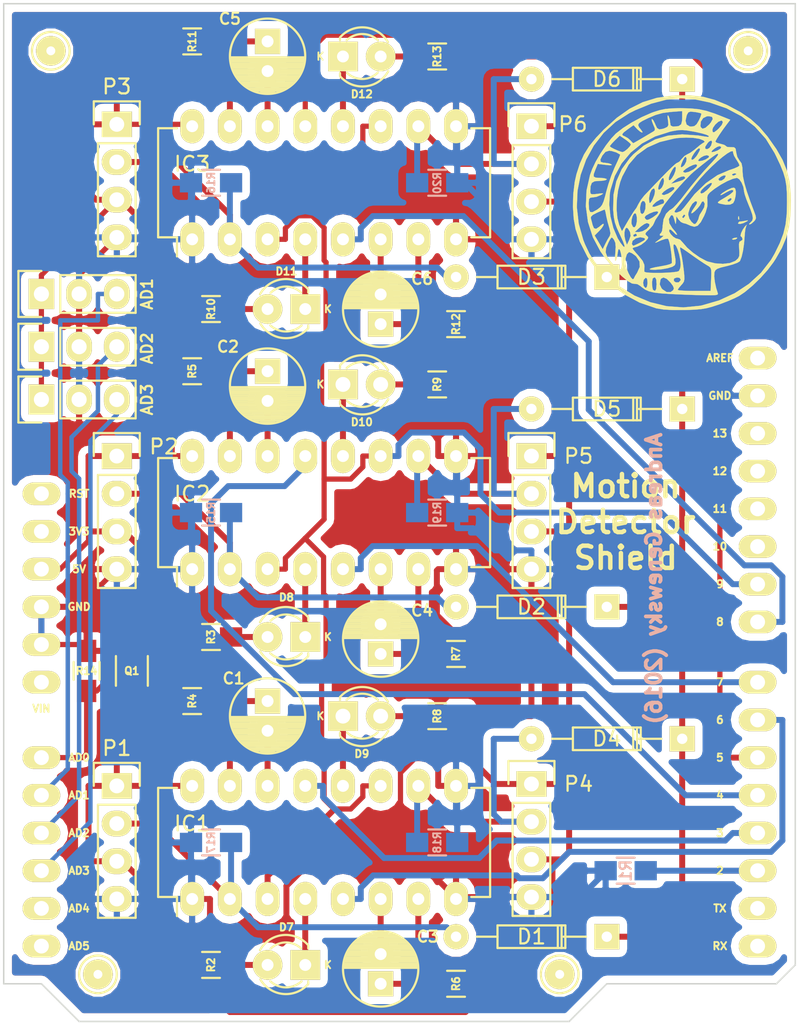
<source format=kicad_pcb>
(kicad_pcb (version 4) (host pcbnew 4.0.3+e1-6302~38~ubuntu16.04.1-stable)
  (layers (0 F.Cu signal) (31 B.Cu signal) (34 B.Paste user) (36 B.SilkS user) (37 F.SilkS user) (38 B.Mask user) (39 F.Mask user) (44 Edge.Cuts user))
  (net 0 "")
  (net 1 "Net-(C1-Pad1)")
  (net 2 "Net-(C1-Pad2)")
  (net 3 "Net-(C2-Pad1)")
  (net 4 "Net-(C2-Pad2)")
  (net 5 "Net-(C3-Pad1)")
  (net 6 "Net-(C3-Pad2)")
  (net 7 "Net-(C4-Pad1)")
  (net 8 "Net-(C4-Pad2)")
  (net 9 "Net-(C5-Pad1)")
  (net 10 "Net-(C5-Pad2)")
  (net 11 "Net-(C6-Pad1)")
  (net 12 "Net-(C6-Pad2)")
  (net 13 SENS_A)
  (net 14 "Net-(D1-Pad1)")
  (net 15 SENS_B)
  (net 16 SENS_C)
  (net 17 SENS_D)
  (net 18 SENS_E)
  (net 19 SENS_F)
  (net 20 "Net-(D7-Pad1)")
  (net 21 "Net-(D7-Pad2)")
  (net 22 "Net-(D8-Pad1)")
  (net 23 "Net-(D8-Pad2)")
  (net 24 "Net-(D9-Pad1)")
  (net 25 "Net-(D10-Pad1)")
  (net 26 "Net-(D11-Pad1)")
  (net 27 "Net-(D11-Pad2)")
  (net 28 "Net-(D12-Pad1)")
  (net 29 "Net-(D12-Pad2)")
  (net 30 flopRST)
  (net 31 flopA)
  (net 32 GNDREF)
  (net 33 flopB)
  (net 34 +5V)
  (net 35 flopC)
  (net 36 flopD)
  (net 37 flopE)
  (net 38 flopF)
  (net 39 AMBIENT_LIGHT)
  (net 40 "(RTC_SCL)")
  (net 41 "(RTC_SDA)")
  (net 42 "Net-(SHIELD1-PadV_IN)")
  (net 43 "Net-(SHIELD1-Pad3V3)")
  (net 44 "Net-(SHIELD1-PadRST)")
  (net 45 "Net-(SHIELD1-Pad0)")
  (net 46 "Net-(SHIELD1-Pad1)")
  (net 47 "(SD_CS)")
  (net 48 "(MOSI)")
  (net 49 "(MISO)")
  (net 50 "(SCK)")
  (net 51 "Net-(SHIELD1-PadAREF)")
  (net 52 "Net-(D9-Pad2)")
  (net 53 "Net-(D10-Pad2)")
  (net 54 AD1)
  (net 55 AD2)
  (net 56 AD3)
  (module arduino_shields:ARDUINO_SHIELD_2 (layer F.Cu) (at 81.28 67.31 270)
    (fp_text reference SHIELD1 hide)
    (fp_text value MDR_SHIELD hide)
    (pad AD5 thru_hole oval (at 63.5 -2.54) (size 2.54 1.524) (drill 1) (layers *.Cu *.Mask F.SilkS) (net 40 "(RTC_SCL)"))
    (pad AD4 thru_hole oval (at 60.96 -2.54) (size 2.54 1.524) (drill 1) (layers *.Cu *.Mask F.SilkS) (net 41 "(RTC_SDA)"))
    (pad AD3 thru_hole oval (at 58.42 -2.54) (size 2.54 1.524) (drill 1) (layers *.Cu *.Mask F.SilkS) (net 56 AD3))
    (pad AD0 thru_hole oval (at 50.8 -2.54) (size 2.54 1.524) (drill 1) (layers *.Cu *.Mask F.SilkS) (net 39 AMBIENT_LIGHT))
    (pad AD1 thru_hole oval (at 53.34 -2.54) (size 2.54 1.524) (drill 1) (layers *.Cu *.Mask F.SilkS) (net 54 AD1))
    (pad AD2 thru_hole oval (at 55.88 -2.54) (size 2.54 1.524) (drill 1) (layers *.Cu *.Mask F.SilkS) (net 55 AD2))
    (pad V_IN thru_hole oval (at 45.72 -2.54) (size 2.54 1.524) (drill 1) (layers *.Cu *.Mask F.SilkS) (net 42 "Net-(SHIELD1-PadV_IN)"))
    (pad GND2 thru_hole oval (at 43.18 -2.54) (size 2.54 1.524) (drill 1) (layers *.Cu *.Mask F.SilkS) (net 32 GNDREF))
    (pad GND1 thru_hole oval (at 40.64 -2.54) (size 2.54 1.524) (drill 1) (layers *.Cu *.Mask F.SilkS) (net 32 GNDREF))
    (pad 3V3 thru_hole oval (at 35.56 -2.54) (size 2.54 1.524) (drill 1) (layers *.Cu *.Mask F.SilkS) (net 43 "Net-(SHIELD1-Pad3V3)"))
    (pad RST thru_hole oval (at 33.02 -2.54) (size 2.54 1.524) (drill 1) (layers *.Cu *.Mask F.SilkS) (net 44 "Net-(SHIELD1-PadRST)"))
    (pad 0 thru_hole oval (at 63.5 -50.8) (size 2.54 1.524) (drill 1) (layers *.Cu *.Mask F.SilkS) (net 45 "Net-(SHIELD1-Pad0)"))
    (pad 1 thru_hole oval (at 60.96 -50.8) (size 2.54 1.524) (drill 1) (layers *.Cu *.Mask F.SilkS) (net 46 "Net-(SHIELD1-Pad1)"))
    (pad 2 thru_hole oval (at 58.42 -50.8) (size 2.54 1.524) (drill 1) (layers *.Cu *.Mask F.SilkS) (net 14 "Net-(D1-Pad1)"))
    (pad 3 thru_hole oval (at 55.88 -50.8) (size 2.54 1.524) (drill 1) (layers *.Cu *.Mask F.SilkS) (net 31 flopA))
    (pad 4 thru_hole oval (at 53.34 -50.8) (size 2.54 1.524) (drill 1) (layers *.Cu *.Mask F.SilkS) (net 33 flopB))
    (pad 5 thru_hole oval (at 50.8 -50.8) (size 2.54 1.524) (drill 1) (layers *.Cu *.Mask F.SilkS) (net 35 flopC))
    (pad 6 thru_hole oval (at 48.26 -50.8) (size 2.54 1.524) (drill 1) (layers *.Cu *.Mask F.SilkS) (net 36 flopD))
    (pad 7 thru_hole oval (at 45.72 -50.8) (size 2.54 1.524) (drill 1) (layers *.Cu *.Mask F.SilkS) (net 37 flopE))
    (pad 8 thru_hole oval (at 41.656 -50.8) (size 2.54 1.524) (drill 1) (layers *.Cu *.Mask F.SilkS) (net 38 flopF))
    (pad 9 thru_hole oval (at 39.116 -50.8) (size 2.54 1.524) (drill 1) (layers *.Cu *.Mask F.SilkS) (net 30 flopRST))
    (pad 10 thru_hole oval (at 36.576 -50.8) (size 2.54 1.524) (drill 1) (layers *.Cu *.Mask F.SilkS) (net 47 "(SD_CS)"))
    (pad 11 thru_hole oval (at 34.036 -50.8) (size 2.54 1.524) (drill 1) (layers *.Cu *.Mask F.SilkS) (net 48 "(MOSI)"))
    (pad 12 thru_hole oval (at 31.496 -50.8) (size 2.54 1.524) (drill 1) (layers *.Cu *.Mask F.SilkS) (net 49 "(MISO)"))
    (pad 13 thru_hole oval (at 28.956 -50.8) (size 2.54 1.524) (drill 1) (layers *.Cu *.Mask F.SilkS) (net 50 "(SCK)"))
    (pad GND3 thru_hole oval (at 26.416 -50.8) (size 2.54 1.524) (drill 1) (layers *.Cu *.Mask F.SilkS) (net 32 GNDREF))
    (pad AREF thru_hole oval (at 23.876 -50.8) (size 2.54 1.524) (drill 1) (layers *.Cu *.Mask F.SilkS) (net 51 "Net-(SHIELD1-PadAREF)"))
    (pad 5V thru_hole oval (at 38.1 -2.54) (size 2.54 1.524) (drill 1) (layers *.Cu *.Mask F.SilkS) (net 34 +5V))
  )
  (module Connect:1pin (layer F.Cu) (at 131.445 70.485)
    (fp_text reference REF** hide)
    (fp_text value 1pin hide)
    (pad 1 thru_hole circle (at 0 0) (size 2 2) (drill 0.6) (layers *.Cu *.Mask F.SilkS))
  )
  (module Connect:1pin (layer F.Cu) (at 118.745 132.715)
    (fp_text reference REF** hide)
    (fp_text value 1pin hide)
    (pad 1 thru_hole circle (at 0 0) (size 2 2) (drill 0.6) (layers *.Cu *.Mask F.SilkS))
  )
  (module Connect:1pin (layer F.Cu) (at 84.455 70.485)
    (fp_text reference REF** hide)
    (fp_text value 1pin hide)
    (pad 1 thru_hole circle (at 0 0) (size 2 2) (drill 0.6) (layers *.Cu *.Mask F.SilkS))
  )
  (module Connect:1pin (layer F.Cu) (at 87.63 132.715)
    (fp_text reference REF** hide)
    (fp_text value 1pin hide)
    (pad 1 thru_hole circle (at 0 0) (size 2 2) (drill 0.6) (layers *.Cu *.Mask F.SilkS))
  )
  (module Capacitors_ThroughHole:C_Radial_D5_L11_P2 (layer F.Cu) (at 99.06 114.3 270)
    (fp_text reference C1 (at -1.524 2.286 360) (layer F.SilkS) (effects (font (size 0.75 0.75))))
    (fp_text value 22µF hide)
    (pad 1 thru_hole rect (at 0 0 270) (size 1.7 1.7) (drill 0.8) (layers *.Cu *.Mask F.SilkS) (net 1 "Net-(C1-Pad1)"))
    (pad 2 thru_hole circle (at 2 0 270) (size 1.7 1.7) (drill 0.8) (layers *.Cu *.Mask F.SilkS) (net 2 "Net-(C1-Pad2)"))
  )
  (module Capacitors_ThroughHole:C_Radial_D5_L11_P2 (layer F.Cu) (at 99.06 92.075 270)
    (fp_text reference C2 (at -1.651 2.667 360) (layer F.SilkS) (effects (font (size 0.75 0.75))))
    (fp_text value 22µF hide)
    (pad 1 thru_hole rect (at 0 0 270) (size 1.7 1.7) (drill 0.8) (layers *.Cu *.Mask F.SilkS) (net 3 "Net-(C2-Pad1)"))
    (pad 2 thru_hole circle (at 2 0 270) (size 1.7 1.7) (drill 0.8) (layers *.Cu *.Mask F.SilkS) (net 4 "Net-(C2-Pad2)"))
  )
  (module Capacitors_ThroughHole:C_Radial_D5_L11_P2 (layer F.Cu) (at 106.68 133.35 90)
    (fp_text reference C3 (at 3.175 3.175 180) (layer F.SilkS) (effects (font (size 0.75 0.75))))
    (fp_text value 22µF hide)
    (pad 1 thru_hole rect (at 0 0 90) (size 1.7 1.7) (drill 0.8) (layers *.Cu *.Mask F.SilkS) (net 5 "Net-(C3-Pad1)"))
    (pad 2 thru_hole circle (at 2 0 90) (size 1.7 1.7) (drill 0.8) (layers *.Cu *.Mask F.SilkS) (net 6 "Net-(C3-Pad2)"))
  )
  (module Capacitors_ThroughHole:C_Radial_D5_L11_P2 (layer F.Cu) (at 106.68 111.125 90)
    (fp_text reference C4 (at 2.921 2.794 180) (layer F.SilkS) (effects (font (size 0.75 0.75))))
    (fp_text value 22µF hide)
    (pad 1 thru_hole rect (at 0 0 90) (size 1.7 1.7) (drill 0.8) (layers *.Cu *.Mask F.SilkS) (net 7 "Net-(C4-Pad1)"))
    (pad 2 thru_hole circle (at 2 0 90) (size 1.7 1.7) (drill 0.8) (layers *.Cu *.Mask F.SilkS) (net 8 "Net-(C4-Pad2)"))
  )
  (module Capacitors_ThroughHole:C_Radial_D5_L11_P2 (layer F.Cu) (at 99.06 69.85 270)
    (fp_text reference C5 (at -1.524 2.54 360) (layer F.SilkS) (effects (font (size 0.75 0.75))))
    (fp_text value 22µF hide)
    (pad 1 thru_hole rect (at 0 0 270) (size 1.7 1.7) (drill 0.8) (layers *.Cu *.Mask F.SilkS) (net 9 "Net-(C5-Pad1)"))
    (pad 2 thru_hole circle (at 2 0 270) (size 1.7 1.7) (drill 0.8) (layers *.Cu *.Mask F.SilkS) (net 10 "Net-(C5-Pad2)"))
  )
  (module Capacitors_ThroughHole:C_Radial_D5_L11_P2 (layer F.Cu) (at 106.68 88.9 90)
    (fp_text reference C6 (at 3.048 2.794 180) (layer F.SilkS) (effects (font (size 0.75 0.75))))
    (fp_text value 22µF hide)
    (pad 1 thru_hole rect (at 0 0 90) (size 1.7 1.7) (drill 0.8) (layers *.Cu *.Mask F.SilkS) (net 11 "Net-(C6-Pad1)"))
    (pad 2 thru_hole circle (at 2 0 90) (size 1.7 1.7) (drill 0.8) (layers *.Cu *.Mask F.SilkS) (net 12 "Net-(C6-Pad2)"))
  )
  (module Diodes_ThroughHole:Diode_DO-35_SOD27_Horizontal_RM10 (layer F.Cu) (at 121.92 130.175 180)
    (fp_text reference D1 (at 5.08 0 180) (layer F.SilkS))
    (fp_text value 1N4148 hide)
    (pad 2 thru_hole circle (at 10.16052 -0.00254) (size 1.69926 1.69926) (drill 0.70104) (layers *.Cu *.Mask F.SilkS) (net 13 SENS_A))
    (pad 1 thru_hole rect (at 0.00052 -0.00254) (size 1.69926 1.69926) (drill 0.70104) (layers *.Cu *.Mask F.SilkS) (net 14 "Net-(D1-Pad1)"))
  )
  (module Diodes_ThroughHole:Diode_DO-35_SOD27_Horizontal_RM10 (layer F.Cu) (at 121.92 107.95 180)
    (fp_text reference D2 (at 5.08 0 180) (layer F.SilkS))
    (fp_text value D hide)
    (pad 2 thru_hole circle (at 10.16052 -0.00254) (size 1.69926 1.69926) (drill 0.70104) (layers *.Cu *.Mask F.SilkS) (net 15 SENS_B))
    (pad 1 thru_hole rect (at 0.00052 -0.00254) (size 1.69926 1.69926) (drill 0.70104) (layers *.Cu *.Mask F.SilkS) (net 14 "Net-(D1-Pad1)"))
  )
  (module Diodes_ThroughHole:Diode_DO-35_SOD27_Horizontal_RM10 (layer F.Cu) (at 121.92 85.725 180)
    (fp_text reference D3 (at 5.08 0 180) (layer F.SilkS))
    (fp_text value D hide)
    (pad 2 thru_hole circle (at 10.16052 -0.00254) (size 1.69926 1.69926) (drill 0.70104) (layers *.Cu *.Mask F.SilkS) (net 16 SENS_C))
    (pad 1 thru_hole rect (at 0.00052 -0.00254) (size 1.69926 1.69926) (drill 0.70104) (layers *.Cu *.Mask F.SilkS) (net 14 "Net-(D1-Pad1)"))
  )
  (module Diodes_ThroughHole:Diode_DO-35_SOD27_Horizontal_RM10 (layer F.Cu) (at 127 116.84 180)
    (fp_text reference D4 (at 5.08 0 180) (layer F.SilkS))
    (fp_text value D hide)
    (pad 2 thru_hole circle (at 10.16052 -0.00254) (size 1.69926 1.69926) (drill 0.70104) (layers *.Cu *.Mask F.SilkS) (net 17 SENS_D))
    (pad 1 thru_hole rect (at 0.00052 -0.00254) (size 1.69926 1.69926) (drill 0.70104) (layers *.Cu *.Mask F.SilkS) (net 14 "Net-(D1-Pad1)"))
  )
  (module Diodes_ThroughHole:Diode_DO-35_SOD27_Horizontal_RM10 (layer F.Cu) (at 127 94.615 180)
    (fp_text reference D5 (at 5.08 0 180) (layer F.SilkS))
    (fp_text value D hide)
    (pad 2 thru_hole circle (at 10.16052 -0.00254) (size 1.69926 1.69926) (drill 0.70104) (layers *.Cu *.Mask F.SilkS) (net 18 SENS_E))
    (pad 1 thru_hole rect (at 0.00052 -0.00254) (size 1.69926 1.69926) (drill 0.70104) (layers *.Cu *.Mask F.SilkS) (net 14 "Net-(D1-Pad1)"))
  )
  (module Diodes_ThroughHole:Diode_DO-35_SOD27_Horizontal_RM10 (layer F.Cu) (at 127 72.39 180)
    (fp_text reference D6 (at 5.08 0 180) (layer F.SilkS))
    (fp_text value D hide)
    (pad 2 thru_hole circle (at 10.16052 -0.00254) (size 1.69926 1.69926) (drill 0.70104) (layers *.Cu *.Mask F.SilkS) (net 19 SENS_F))
    (pad 1 thru_hole rect (at 0.00052 -0.00254) (size 1.69926 1.69926) (drill 0.70104) (layers *.Cu *.Mask F.SilkS) (net 14 "Net-(D1-Pad1)"))
  )
  (module LEDs:LED-3MM (layer F.Cu) (at 101.6 132.08 180)
    (fp_text reference D7 (at 1.27 2.54 360) (layer F.SilkS) (effects (font (size 0.5 0.5) (thickness 0.125))))
    (fp_text value LED hide)
    (fp_text user K (at -1.524 0 180) (layer F.SilkS) (effects (font (size 0.5 0.5) (thickness 0.125))))
    (pad 1 thru_hole rect (at 0 0 270) (size 2 2) (drill 0.8) (layers *.Cu *.Mask F.SilkS) (net 20 "Net-(D7-Pad1)"))
    (pad 2 thru_hole circle (at 2.54 0 180) (size 2 2) (drill 0.8) (layers *.Cu *.Mask F.SilkS) (net 21 "Net-(D7-Pad2)"))
  )
  (module LEDs:LED-3MM (layer F.Cu) (at 101.6 109.982 180)
    (fp_text reference D8 (at 1.27 2.667 180) (layer F.SilkS) (effects (font (size 0.5 0.5) (thickness 0.125))))
    (fp_text value LED hide)
    (fp_text user K (at -1.524 0 180) (layer F.SilkS) (effects (font (size 0.5 0.5) (thickness 0.125))))
    (pad 1 thru_hole rect (at 0 0 270) (size 2 2) (drill 0.8) (layers *.Cu *.Mask F.SilkS) (net 22 "Net-(D8-Pad1)"))
    (pad 2 thru_hole circle (at 2.54 0 180) (size 2 2) (drill 0.8) (layers *.Cu *.Mask F.SilkS) (net 23 "Net-(D8-Pad2)"))
  )
  (module LEDs:LED-3MM (layer F.Cu) (at 101.6 87.884 180)
    (fp_text reference D11 (at 1.27 2.54 360) (layer F.SilkS) (effects (font (size 0.5 0.5) (thickness 0.125))))
    (fp_text value LED hide)
    (fp_text user K (at -1.524 0 180) (layer F.SilkS) (effects (font (size 0.5 0.5) (thickness 0.125))))
    (pad 1 thru_hole rect (at 0 0 270) (size 2 2) (drill 0.8) (layers *.Cu *.Mask F.SilkS) (net 26 "Net-(D11-Pad1)"))
    (pad 2 thru_hole circle (at 2.54 0 180) (size 2 2) (drill 0.8) (layers *.Cu *.Mask F.SilkS) (net 27 "Net-(D11-Pad2)"))
  )
  (module LEDs:LED-3MM (layer F.Cu) (at 104.14 70.866)
    (fp_text reference D12 (at 1.27 2.54) (layer F.SilkS) (effects (font (size 0.5 0.5) (thickness 0.125))))
    (fp_text value LED hide)
    (fp_text user K (at -1.524 0) (layer F.SilkS) (effects (font (size 0.5 0.5) (thickness 0.125))))
    (pad 1 thru_hole rect (at 0 0 90) (size 2 2) (drill 0.8) (layers *.Cu *.Mask F.SilkS) (net 28 "Net-(D12-Pad1)"))
    (pad 2 thru_hole circle (at 2.54 0) (size 2 2) (drill 0.8) (layers *.Cu *.Mask F.SilkS) (net 29 "Net-(D12-Pad2)"))
  )
  (module Housings_DIP:DIP-16_W7.62mm_LongPads (layer F.Cu) (at 93.98 127.635 90)
    (fp_text reference IC1 (at 5.08 0 180) (layer F.SilkS))
    (fp_text value SN74LS423 hide)
    (pad 1 thru_hole oval (at 0 0 90) (size 2.3 1.6) (drill 0.8) (layers *.Cu *.Mask F.SilkS) (net 32 GNDREF))
    (pad 2 thru_hole oval (at 0 2.54 90) (size 2.3 1.6) (drill 0.8) (layers *.Cu *.Mask F.SilkS) (net 13 SENS_A))
    (pad 3 thru_hole oval (at 0 5.08 90) (size 2.3 1.6) (drill 0.8) (layers *.Cu *.Mask F.SilkS) (net 30 flopRST))
    (pad 4 thru_hole oval (at 0 7.62 90) (size 2.3 1.6) (drill 0.8) (layers *.Cu *.Mask F.SilkS) (net 20 "Net-(D7-Pad1)"))
    (pad 5 thru_hole oval (at 0 10.16 90) (size 2.3 1.6) (drill 0.8) (layers *.Cu *.Mask F.SilkS) (net 36 flopD))
    (pad 6 thru_hole oval (at 0 12.7 90) (size 2.3 1.6) (drill 0.8) (layers *.Cu *.Mask F.SilkS) (net 6 "Net-(C3-Pad2)"))
    (pad 7 thru_hole oval (at 0 15.24 90) (size 2.3 1.6) (drill 0.8) (layers *.Cu *.Mask F.SilkS) (net 5 "Net-(C3-Pad1)"))
    (pad 8 thru_hole oval (at 0 17.78 90) (size 2.3 1.6) (drill 0.8) (layers *.Cu *.Mask F.SilkS) (net 32 GNDREF))
    (pad 9 thru_hole oval (at 7.62 17.78 90) (size 2.3 1.6) (drill 0.8) (layers *.Cu *.Mask F.SilkS) (net 32 GNDREF))
    (pad 10 thru_hole oval (at 7.62 15.24 90) (size 2.3 1.6) (drill 0.8) (layers *.Cu *.Mask F.SilkS) (net 17 SENS_D))
    (pad 11 thru_hole oval (at 7.62 12.7 90) (size 2.3 1.6) (drill 0.8) (layers *.Cu *.Mask F.SilkS) (net 30 flopRST))
    (pad 12 thru_hole oval (at 7.62 10.16 90) (size 2.3 1.6) (drill 0.8) (layers *.Cu *.Mask F.SilkS) (net 24 "Net-(D9-Pad1)"))
    (pad 13 thru_hole oval (at 7.62 7.62 90) (size 2.3 1.6) (drill 0.8) (layers *.Cu *.Mask F.SilkS) (net 31 flopA))
    (pad 14 thru_hole oval (at 7.62 5.08 90) (size 2.3 1.6) (drill 0.8) (layers *.Cu *.Mask F.SilkS) (net 2 "Net-(C1-Pad2)"))
    (pad 15 thru_hole oval (at 7.62 2.54 90) (size 2.3 1.6) (drill 0.8) (layers *.Cu *.Mask F.SilkS) (net 1 "Net-(C1-Pad1)"))
    (pad 16 thru_hole oval (at 7.62 0 90) (size 2.3 1.6) (drill 0.8) (layers *.Cu *.Mask F.SilkS) (net 34 +5V))
  )
  (module Housings_DIP:DIP-16_W7.62mm_LongPads (layer F.Cu) (at 93.98 105.41 90)
    (fp_text reference IC2 (at 5.08 0 180) (layer F.SilkS))
    (fp_text value SN74LS423 hide)
    (pad 1 thru_hole oval (at 0 0 90) (size 2.3 1.6) (drill 0.8) (layers *.Cu *.Mask F.SilkS) (net 32 GNDREF))
    (pad 2 thru_hole oval (at 0 2.54 90) (size 2.3 1.6) (drill 0.8) (layers *.Cu *.Mask F.SilkS) (net 15 SENS_B))
    (pad 3 thru_hole oval (at 0 5.08 90) (size 2.3 1.6) (drill 0.8) (layers *.Cu *.Mask F.SilkS) (net 30 flopRST))
    (pad 4 thru_hole oval (at 0 7.62 90) (size 2.3 1.6) (drill 0.8) (layers *.Cu *.Mask F.SilkS) (net 22 "Net-(D8-Pad1)"))
    (pad 5 thru_hole oval (at 0 10.16 90) (size 2.3 1.6) (drill 0.8) (layers *.Cu *.Mask F.SilkS) (net 37 flopE))
    (pad 6 thru_hole oval (at 0 12.7 90) (size 2.3 1.6) (drill 0.8) (layers *.Cu *.Mask F.SilkS) (net 8 "Net-(C4-Pad2)"))
    (pad 7 thru_hole oval (at 0 15.24 90) (size 2.3 1.6) (drill 0.8) (layers *.Cu *.Mask F.SilkS) (net 7 "Net-(C4-Pad1)"))
    (pad 8 thru_hole oval (at 0 17.78 90) (size 2.3 1.6) (drill 0.8) (layers *.Cu *.Mask F.SilkS) (net 32 GNDREF))
    (pad 9 thru_hole oval (at 7.62 17.78 90) (size 2.3 1.6) (drill 0.8) (layers *.Cu *.Mask F.SilkS) (net 32 GNDREF))
    (pad 10 thru_hole oval (at 7.62 15.24 90) (size 2.3 1.6) (drill 0.8) (layers *.Cu *.Mask F.SilkS) (net 18 SENS_E))
    (pad 11 thru_hole oval (at 7.62 12.7 90) (size 2.3 1.6) (drill 0.8) (layers *.Cu *.Mask F.SilkS) (net 30 flopRST))
    (pad 12 thru_hole oval (at 7.62 10.16 90) (size 2.3 1.6) (drill 0.8) (layers *.Cu *.Mask F.SilkS) (net 25 "Net-(D10-Pad1)"))
    (pad 13 thru_hole oval (at 7.62 7.62 90) (size 2.3 1.6) (drill 0.8) (layers *.Cu *.Mask F.SilkS) (net 33 flopB))
    (pad 14 thru_hole oval (at 7.62 5.08 90) (size 2.3 1.6) (drill 0.8) (layers *.Cu *.Mask F.SilkS) (net 4 "Net-(C2-Pad2)"))
    (pad 15 thru_hole oval (at 7.62 2.54 90) (size 2.3 1.6) (drill 0.8) (layers *.Cu *.Mask F.SilkS) (net 3 "Net-(C2-Pad1)"))
    (pad 16 thru_hole oval (at 7.62 0 90) (size 2.3 1.6) (drill 0.8) (layers *.Cu *.Mask F.SilkS) (net 34 +5V))
  )
  (module Housings_DIP:DIP-16_W7.62mm_LongPads (layer F.Cu) (at 93.98 83.185 90)
    (fp_text reference IC3 (at 5.08 0 180) (layer F.SilkS))
    (fp_text value SN74LS423 hide)
    (pad 1 thru_hole oval (at 0 0 90) (size 2.3 1.6) (drill 0.8) (layers *.Cu *.Mask F.SilkS) (net 32 GNDREF))
    (pad 2 thru_hole oval (at 0 2.54 90) (size 2.3 1.6) (drill 0.8) (layers *.Cu *.Mask F.SilkS) (net 16 SENS_C))
    (pad 3 thru_hole oval (at 0 5.08 90) (size 2.3 1.6) (drill 0.8) (layers *.Cu *.Mask F.SilkS) (net 30 flopRST))
    (pad 4 thru_hole oval (at 0 7.62 90) (size 2.3 1.6) (drill 0.8) (layers *.Cu *.Mask F.SilkS) (net 26 "Net-(D11-Pad1)"))
    (pad 5 thru_hole oval (at 0 10.16 90) (size 2.3 1.6) (drill 0.8) (layers *.Cu *.Mask F.SilkS) (net 38 flopF))
    (pad 6 thru_hole oval (at 0 12.7 90) (size 2.3 1.6) (drill 0.8) (layers *.Cu *.Mask F.SilkS) (net 12 "Net-(C6-Pad2)"))
    (pad 7 thru_hole oval (at 0 15.24 90) (size 2.3 1.6) (drill 0.8) (layers *.Cu *.Mask F.SilkS) (net 11 "Net-(C6-Pad1)"))
    (pad 8 thru_hole oval (at 0 17.78 90) (size 2.3 1.6) (drill 0.8) (layers *.Cu *.Mask F.SilkS) (net 32 GNDREF))
    (pad 9 thru_hole oval (at 7.62 17.78 90) (size 2.3 1.6) (drill 0.8) (layers *.Cu *.Mask F.SilkS) (net 32 GNDREF))
    (pad 10 thru_hole oval (at 7.62 15.24 90) (size 2.3 1.6) (drill 0.8) (layers *.Cu *.Mask F.SilkS) (net 19 SENS_F))
    (pad 11 thru_hole oval (at 7.62 12.7 90) (size 2.3 1.6) (drill 0.8) (layers *.Cu *.Mask F.SilkS) (net 30 flopRST))
    (pad 12 thru_hole oval (at 7.62 10.16 90) (size 2.3 1.6) (drill 0.8) (layers *.Cu *.Mask F.SilkS) (net 28 "Net-(D12-Pad1)"))
    (pad 13 thru_hole oval (at 7.62 7.62 90) (size 2.3 1.6) (drill 0.8) (layers *.Cu *.Mask F.SilkS) (net 35 flopC))
    (pad 14 thru_hole oval (at 7.62 5.08 90) (size 2.3 1.6) (drill 0.8) (layers *.Cu *.Mask F.SilkS) (net 10 "Net-(C5-Pad2)"))
    (pad 15 thru_hole oval (at 7.62 2.54 90) (size 2.3 1.6) (drill 0.8) (layers *.Cu *.Mask F.SilkS) (net 9 "Net-(C5-Pad1)"))
    (pad 16 thru_hole oval (at 7.62 0 90) (size 2.3 1.6) (drill 0.8) (layers *.Cu *.Mask F.SilkS) (net 34 +5V))
  )
  (module Socket_Strips:Socket_Strip_Straight_1x04 (layer F.Cu) (at 88.9 120.015 270)
    (fp_text reference P1 (at -2.54 0 360) (layer F.SilkS))
    (fp_text value SENSOR_A hide)
    (pad 1 thru_hole rect (at 0 0 270) (size 1.7272 2.032) (drill 1) (layers *.Cu *.Mask F.SilkS) (net 34 +5V))
    (pad 2 thru_hole oval (at 2.54 0 270) (size 1.7272 2.032) (drill 1) (layers *.Cu *.Mask F.SilkS) (net 13 SENS_A))
    (pad 3 thru_hole oval (at 5.08 0 270) (size 1.7272 2.032) (drill 1) (layers *.Cu *.Mask F.SilkS) (net 34 +5V))
    (pad 4 thru_hole oval (at 7.62 0 270) (size 1.7272 2.032) (drill 1) (layers *.Cu *.Mask F.SilkS) (net 32 GNDREF))
  )
  (module Socket_Strips:Socket_Strip_Straight_1x04 (layer F.Cu) (at 88.9 97.79 270)
    (fp_text reference P2 (at -0.635 -3.175 360) (layer F.SilkS))
    (fp_text value SENSOR_B hide)
    (pad 1 thru_hole rect (at 0 0 270) (size 1.7272 2.032) (drill 1) (layers *.Cu *.Mask F.SilkS) (net 34 +5V))
    (pad 2 thru_hole oval (at 2.54 0 270) (size 1.7272 2.032) (drill 1) (layers *.Cu *.Mask F.SilkS) (net 15 SENS_B))
    (pad 3 thru_hole oval (at 5.08 0 270) (size 1.7272 2.032) (drill 1) (layers *.Cu *.Mask F.SilkS) (net 34 +5V))
    (pad 4 thru_hole oval (at 7.62 0 270) (size 1.7272 2.032) (drill 1) (layers *.Cu *.Mask F.SilkS) (net 32 GNDREF))
  )
  (module Socket_Strips:Socket_Strip_Straight_1x04 (layer F.Cu) (at 88.9 75.438 270)
    (fp_text reference P3 (at -2.54 0 360) (layer F.SilkS))
    (fp_text value SENSOR_C hide)
    (pad 1 thru_hole rect (at 0 0 270) (size 1.7272 2.032) (drill 1) (layers *.Cu *.Mask F.SilkS) (net 34 +5V))
    (pad 2 thru_hole oval (at 2.54 0 270) (size 1.7272 2.032) (drill 1) (layers *.Cu *.Mask F.SilkS) (net 16 SENS_C))
    (pad 3 thru_hole oval (at 5.08 0 270) (size 1.7272 2.032) (drill 1) (layers *.Cu *.Mask F.SilkS) (net 34 +5V))
    (pad 4 thru_hole oval (at 7.62 0 270) (size 1.7272 2.032) (drill 1) (layers *.Cu *.Mask F.SilkS) (net 32 GNDREF))
  )
  (module Socket_Strips:Socket_Strip_Straight_1x04 (layer F.Cu) (at 116.84 119.888 270)
    (fp_text reference P4 (at 0 -3.175 360) (layer F.SilkS))
    (fp_text value SENSOR_D hide)
    (pad 1 thru_hole rect (at 0 0 270) (size 1.7272 2.032) (drill 1) (layers *.Cu *.Mask F.SilkS) (net 34 +5V))
    (pad 2 thru_hole oval (at 2.54 0 270) (size 1.7272 2.032) (drill 1) (layers *.Cu *.Mask F.SilkS) (net 17 SENS_D))
    (pad 3 thru_hole oval (at 5.08 0 270) (size 1.7272 2.032) (drill 1) (layers *.Cu *.Mask F.SilkS) (net 34 +5V))
    (pad 4 thru_hole oval (at 7.62 0 270) (size 1.7272 2.032) (drill 1) (layers *.Cu *.Mask F.SilkS) (net 32 GNDREF))
  )
  (module Socket_Strips:Socket_Strip_Straight_1x04 (layer F.Cu) (at 116.84 97.79 270)
    (fp_text reference P5 (at 0 -3.175 360) (layer F.SilkS))
    (fp_text value SENSOR_E hide)
    (pad 1 thru_hole rect (at 0 0 270) (size 1.7272 2.032) (drill 1) (layers *.Cu *.Mask F.SilkS) (net 34 +5V))
    (pad 2 thru_hole oval (at 2.54 0 270) (size 1.7272 2.032) (drill 1) (layers *.Cu *.Mask F.SilkS) (net 18 SENS_E))
    (pad 3 thru_hole oval (at 5.08 0 270) (size 1.7272 2.032) (drill 1) (layers *.Cu *.Mask F.SilkS) (net 34 +5V))
    (pad 4 thru_hole oval (at 7.62 0 270) (size 1.7272 2.032) (drill 1) (layers *.Cu *.Mask F.SilkS) (net 32 GNDREF))
  )
  (module Socket_Strips:Socket_Strip_Straight_1x04 (layer F.Cu) (at 116.84 75.565 270)
    (fp_text reference P6 (at -0.127 -2.794 360) (layer F.SilkS))
    (fp_text value SENSOR_F hide)
    (pad 1 thru_hole rect (at 0 0 270) (size 1.7272 2.032) (drill 1) (layers *.Cu *.Mask F.SilkS) (net 34 +5V))
    (pad 2 thru_hole oval (at 2.54 0 270) (size 1.7272 2.032) (drill 1) (layers *.Cu *.Mask F.SilkS) (net 19 SENS_F))
    (pad 3 thru_hole oval (at 5.08 0 270) (size 1.7272 2.032) (drill 1) (layers *.Cu *.Mask F.SilkS) (net 34 +5V))
    (pad 4 thru_hole oval (at 7.62 0 270) (size 1.7272 2.032) (drill 1) (layers *.Cu *.Mask F.SilkS) (net 32 GNDREF))
  )
  (module Resistors_SMD:R_0805_HandSoldering (layer B.Cu) (at 123.19 125.73 180)
    (fp_text reference R1 (at 0 0 450) (layer B.SilkS) (effects (font (size 0.75 0.75)) (justify mirror)))
    (fp_text value 10K hide)
    (pad 1 smd rect (at -1.35 0 180) (size 1.5 1.3) (layers B.Cu B.Mask) (net 14 "Net-(D1-Pad1)"))
    (pad 2 smd rect (at 1.35 0 180) (size 1.5 1.3) (layers B.Cu B.Mask) (net 32 GNDREF))
  )
  (module Resistors_SMD:R_0805_HandSoldering (layer F.Cu) (at 95.25 132.08 180)
    (fp_text reference R2 (at 0 0 270) (layer F.SilkS) (effects (font (size 0.5 0.5) (thickness 0.125))))
    (fp_text value 2.2K hide)
    (pad 1 smd rect (at -1.35 0 180) (size 1.5 1.3) (layers F.Cu F.Mask) (net 21 "Net-(D7-Pad2)"))
    (pad 2 smd rect (at 1.35 0 180) (size 1.5 1.3) (layers F.Cu F.Mask) (net 34 +5V))
  )
  (module Resistors_SMD:R_0805_HandSoldering (layer F.Cu) (at 95.25 109.982 180)
    (fp_text reference R3 (at 0 0 270) (layer F.SilkS) (effects (font (size 0.5 0.5) (thickness 0.125))))
    (fp_text value 2.2K hide)
    (pad 1 smd rect (at -1.35 0 180) (size 1.5 1.3) (layers F.Cu F.Mask) (net 23 "Net-(D8-Pad2)"))
    (pad 2 smd rect (at 1.35 0 180) (size 1.5 1.3) (layers F.Cu F.Mask) (net 34 +5V))
  )
  (module Resistors_SMD:R_0805_HandSoldering (layer F.Cu) (at 93.98 114.3 180)
    (fp_text reference R4 (at 0 0 270) (layer F.SilkS) (effects (font (size 0.5 0.5) (thickness 0.125))))
    (fp_text value 220K hide)
    (pad 1 smd rect (at -1.35 0 180) (size 1.5 1.3) (layers F.Cu F.Mask) (net 1 "Net-(C1-Pad1)"))
    (pad 2 smd rect (at 1.35 0 180) (size 1.5 1.3) (layers F.Cu F.Mask) (net 34 +5V))
  )
  (module Resistors_SMD:R_0805_HandSoldering (layer F.Cu) (at 93.98 92.075 180)
    (fp_text reference R5 (at 0 0 270) (layer F.SilkS) (effects (font (size 0.5 0.5) (thickness 0.125))))
    (fp_text value 220K hide)
    (pad 1 smd rect (at -1.35 0 180) (size 1.5 1.3) (layers F.Cu F.Mask) (net 3 "Net-(C2-Pad1)"))
    (pad 2 smd rect (at 1.35 0 180) (size 1.5 1.3) (layers F.Cu F.Mask) (net 34 +5V))
  )
  (module Resistors_SMD:R_0805_HandSoldering (layer F.Cu) (at 111.76 133.35)
    (fp_text reference R6 (at 0 0 90) (layer F.SilkS) (effects (font (size 0.5 0.5) (thickness 0.125))))
    (fp_text value 220K hide)
    (pad 1 smd rect (at -1.35 0) (size 1.5 1.3) (layers F.Cu F.Mask) (net 5 "Net-(C3-Pad1)"))
    (pad 2 smd rect (at 1.35 0) (size 1.5 1.3) (layers F.Cu F.Mask) (net 34 +5V))
  )
  (module Resistors_SMD:R_0805_HandSoldering (layer F.Cu) (at 111.76 111.125)
    (fp_text reference R7 (at 0 0 90) (layer F.SilkS) (effects (font (size 0.5 0.5) (thickness 0.125))))
    (fp_text value 220K hide)
    (pad 1 smd rect (at -1.35 0) (size 1.5 1.3) (layers F.Cu F.Mask) (net 7 "Net-(C4-Pad1)"))
    (pad 2 smd rect (at 1.35 0) (size 1.5 1.3) (layers F.Cu F.Mask) (net 34 +5V))
  )
  (module Resistors_SMD:R_0805_HandSoldering (layer F.Cu) (at 110.49 115.316)
    (fp_text reference R8 (at 0 0 90) (layer F.SilkS) (effects (font (size 0.5 0.5) (thickness 0.125))))
    (fp_text value 2.2K hide)
    (pad 1 smd rect (at -1.35 0) (size 1.5 1.3) (layers F.Cu F.Mask) (net 52 "Net-(D9-Pad2)"))
    (pad 2 smd rect (at 1.35 0) (size 1.5 1.3) (layers F.Cu F.Mask) (net 34 +5V))
  )
  (module Resistors_SMD:R_0805_HandSoldering (layer F.Cu) (at 110.49 92.964)
    (fp_text reference R9 (at 0 0 90) (layer F.SilkS) (effects (font (size 0.5 0.5) (thickness 0.125))))
    (fp_text value 2.2K hide)
    (pad 1 smd rect (at -1.35 0) (size 1.5 1.3) (layers F.Cu F.Mask) (net 53 "Net-(D10-Pad2)"))
    (pad 2 smd rect (at 1.35 0) (size 1.5 1.3) (layers F.Cu F.Mask) (net 34 +5V))
  )
  (module Resistors_SMD:R_0805_HandSoldering (layer F.Cu) (at 95.25 87.884 180)
    (fp_text reference R10 (at 0 0 270) (layer F.SilkS) (effects (font (size 0.5 0.5) (thickness 0.125))))
    (fp_text value 2.2K hide)
    (pad 1 smd rect (at -1.35 0 180) (size 1.5 1.3) (layers F.Cu F.Mask) (net 27 "Net-(D11-Pad2)"))
    (pad 2 smd rect (at 1.35 0 180) (size 1.5 1.3) (layers F.Cu F.Mask) (net 34 +5V))
  )
  (module Resistors_SMD:R_0805_HandSoldering (layer F.Cu) (at 93.98 69.85 180)
    (fp_text reference R11 (at 0 0 270) (layer F.SilkS) (effects (font (size 0.5 0.5) (thickness 0.125))))
    (fp_text value 220K hide)
    (pad 1 smd rect (at -1.35 0 180) (size 1.5 1.3) (layers F.Cu F.Mask) (net 9 "Net-(C5-Pad1)"))
    (pad 2 smd rect (at 1.35 0 180) (size 1.5 1.3) (layers F.Cu F.Mask) (net 34 +5V))
  )
  (module Resistors_SMD:R_0805_HandSoldering (layer F.Cu) (at 111.76 88.9)
    (fp_text reference R12 (at 0 0 90) (layer F.SilkS) (effects (font (size 0.5 0.5) (thickness 0.125))))
    (fp_text value 220K hide)
    (pad 1 smd rect (at -1.35 0) (size 1.5 1.3) (layers F.Cu F.Mask) (net 11 "Net-(C6-Pad1)"))
    (pad 2 smd rect (at 1.35 0) (size 1.5 1.3) (layers F.Cu F.Mask) (net 34 +5V))
  )
  (module Resistors_SMD:R_0805_HandSoldering (layer F.Cu) (at 110.49 70.866)
    (fp_text reference R13 (at 0 0 90) (layer F.SilkS) (effects (font (size 0.5 0.5) (thickness 0.125))))
    (fp_text value 2.2K hide)
    (pad 1 smd rect (at -1.35 0) (size 1.5 1.3) (layers F.Cu F.Mask) (net 29 "Net-(D12-Pad2)"))
    (pad 2 smd rect (at 1.35 0) (size 1.5 1.3) (layers F.Cu F.Mask) (net 34 +5V))
  )
  (module Resistors_SMD:R_0805_HandSoldering (layer F.Cu) (at 86.868 112.268 90)
    (fp_text reference R14 (at 0 0 180) (layer F.SilkS) (effects (font (size 0.5 0.5) (thickness 0.125))))
    (fp_text value 10K hide)
    (pad 1 smd rect (at -1.35 0 90) (size 1.5 1.3) (layers F.Cu F.Mask) (net 39 AMBIENT_LIGHT))
    (pad 2 smd rect (at 1.35 0 90) (size 1.5 1.3) (layers F.Cu F.Mask) (net 32 GNDREF))
  )
  (module Resistors_SMD:R_1206_HandSoldering (layer F.Cu) (at 89.916 112.268 270)
    (fp_text reference Q1 (at 0 0 360) (layer F.SilkS) (effects (font (size 0.5 0.5) (thickness 0.125))))
    (fp_text value TEMT6000 hide)
    (pad 1 smd rect (at -2 0 270) (size 2 1.7) (layers F.Cu F.Mask) (net 39 AMBIENT_LIGHT))
    (pad 2 smd rect (at 2 0 270) (size 2 1.7) (layers F.Cu F.Mask) (net 34 +5V))
  )
  (module LEDs:LED-3MM (layer F.Cu) (at 104.14 115.316)
    (fp_text reference D9 (at 1.27 2.54) (layer F.SilkS) (effects (font (size 0.5 0.5) (thickness 0.125))))
    (fp_text value LED hide)
    (fp_text user K (at -1.524 0) (layer F.SilkS) (effects (font (size 0.5 0.5) (thickness 0.125))))
    (pad 1 thru_hole rect (at 0 0 90) (size 2 2) (drill 1.00076) (layers *.Cu *.Mask F.SilkS) (net 24 "Net-(D9-Pad1)"))
    (pad 2 thru_hole circle (at 2.54 0) (size 2 2) (drill 1.00076) (layers *.Cu *.Mask F.SilkS) (net 52 "Net-(D9-Pad2)"))
  )
  (module LEDs:LED-3MM (layer F.Cu) (at 104.14 92.964)
    (fp_text reference D10 (at 1.27 2.54) (layer F.SilkS) (effects (font (size 0.5 0.5) (thickness 0.125))))
    (fp_text value LED hide)
    (fp_text user K (at -1.524 0) (layer F.SilkS) (effects (font (size 0.5 0.5) (thickness 0.125))))
    (pad 1 thru_hole rect (at 0 0 90) (size 2 2) (drill 1.00076) (layers *.Cu *.Mask F.SilkS) (net 25 "Net-(D10-Pad1)"))
    (pad 2 thru_hole circle (at 2.54 0) (size 2 2) (drill 1.00076) (layers *.Cu *.Mask F.SilkS) (net 53 "Net-(D10-Pad2)"))
  )
  (module Resistors_SMD:R_0805_HandSoldering (layer B.Cu) (at 95.25 101.6 180)
    (fp_text reference R15 (at 0 0 450) (layer B.SilkS) (effects (font (size 0.5 0.5) (thickness 0.125)) (justify mirror)))
    (fp_text value 10K hide)
    (pad 1 smd rect (at -1.35 0 180) (size 1.5 1.3) (layers B.Cu B.Paste B.Mask) (net 15 SENS_B))
    (pad 2 smd rect (at 1.35 0 180) (size 1.5 1.3) (layers B.Cu B.Paste B.Mask) (net 32 GNDREF))
  )
  (module Resistors_SMD:R_0805_HandSoldering (layer B.Cu) (at 95.25 79.375 180)
    (fp_text reference R16 (at 0 0 450) (layer B.SilkS) (effects (font (size 0.5 0.5) (thickness 0.125)) (justify mirror)))
    (fp_text value 10K hide)
    (pad 1 smd rect (at -1.35 0 180) (size 1.5 1.3) (layers B.Cu B.Paste B.Mask) (net 16 SENS_C))
    (pad 2 smd rect (at 1.35 0 180) (size 1.5 1.3) (layers B.Cu B.Paste B.Mask) (net 32 GNDREF))
  )
  (module Resistors_SMD:R_0805_HandSoldering (layer B.Cu) (at 95.25 123.825 180)
    (fp_text reference R17 (at 0 0 450) (layer B.SilkS) (effects (font (size 0.5 0.5) (thickness 0.125)) (justify mirror)))
    (fp_text value 10K hide)
    (pad 1 smd rect (at -1.35 0 180) (size 1.5 1.3) (layers B.Cu B.Paste B.Mask) (net 13 SENS_A))
    (pad 2 smd rect (at 1.35 0 180) (size 1.5 1.3) (layers B.Cu B.Paste B.Mask) (net 32 GNDREF))
  )
  (module Resistors_SMD:R_0805_HandSoldering (layer B.Cu) (at 110.49 123.825)
    (fp_text reference R18 (at 0 0 270) (layer B.SilkS) (effects (font (size 0.5 0.5) (thickness 0.125)) (justify mirror)))
    (fp_text value 10K hide)
    (pad 1 smd rect (at -1.35 0) (size 1.5 1.3) (layers B.Cu B.Paste B.Mask) (net 17 SENS_D))
    (pad 2 smd rect (at 1.35 0) (size 1.5 1.3) (layers B.Cu B.Paste B.Mask) (net 32 GNDREF))
  )
  (module Resistors_SMD:R_0805_HandSoldering (layer B.Cu) (at 110.49 101.6)
    (fp_text reference R19 (at 0 0 270) (layer B.SilkS) (effects (font (size 0.5 0.5) (thickness 0.125)) (justify mirror)))
    (fp_text value 10K hide)
    (pad 1 smd rect (at -1.35 0) (size 1.5 1.3) (layers B.Cu B.Paste B.Mask) (net 18 SENS_E))
    (pad 2 smd rect (at 1.35 0) (size 1.5 1.3) (layers B.Cu B.Paste B.Mask) (net 32 GNDREF))
  )
  (module Resistors_SMD:R_0805_HandSoldering (layer B.Cu) (at 110.49 79.375)
    (fp_text reference R20 (at 0 0.017001 270) (layer B.SilkS) (effects (font (size 0.5 0.5) (thickness 0.125)) (justify mirror)))
    (fp_text value 10K hide)
    (pad 1 smd rect (at -1.35 0) (size 1.5 1.3) (layers B.Cu B.Paste B.Mask) (net 19 SENS_F))
    (pad 2 smd rect (at 1.35 0) (size 1.5 1.3) (layers B.Cu B.Paste B.Mask) (net 32 GNDREF))
  )
  (module mpi:minerva (layer F.Cu) (at 127 80.772)
    (fp_text reference G*** hide)
    (fp_text value LOGO hide)
  )
  (module Socket_Strips:Socket_Strip_Straight_1x03 (layer F.Cu) (at 83.82 86.868)
    (fp_text reference AD1 (at 7.112 0 90) (layer F.SilkS) (effects (font (size 0.75 0.75))))
    (fp_text value AD1 hide)
    (pad 1 thru_hole rect (at 0 0) (size 1.7272 2.032) (drill 1.016) (layers *.Cu *.Mask F.SilkS) (net 34 +5V))
    (pad 2 thru_hole oval (at 2.54 0) (size 1.7272 2.032) (drill 1.016) (layers *.Cu *.Mask F.SilkS) (net 32 GNDREF))
    (pad 3 thru_hole oval (at 5.08 0) (size 1.7272 2.032) (drill 1.016) (layers *.Cu *.Mask F.SilkS) (net 54 AD1))
  )
  (module Socket_Strips:Socket_Strip_Straight_1x03 (layer F.Cu) (at 83.82 90.424)
    (fp_text reference AD2 (at 7.112 0.109999 90) (layer F.SilkS) (effects (font (size 0.75 0.75))))
    (fp_text value AD2 hide)
    (pad 1 thru_hole rect (at 0 0) (size 1.7272 2.032) (drill 1.016) (layers *.Cu *.Mask F.SilkS) (net 34 +5V))
    (pad 2 thru_hole oval (at 2.54 0) (size 1.7272 2.032) (drill 1.016) (layers *.Cu *.Mask F.SilkS) (net 32 GNDREF))
    (pad 3 thru_hole oval (at 5.08 0) (size 1.7272 2.032) (drill 1.016) (layers *.Cu *.Mask F.SilkS) (net 55 AD2))
  )
  (module Socket_Strips:Socket_Strip_Straight_1x03 (layer F.Cu) (at 83.82 93.98)
    (fp_text reference AD3 (at 7.112 0 90) (layer F.SilkS) (effects (font (size 0.75 0.75))))
    (fp_text value AD3 hide)
    (pad 1 thru_hole rect (at 0 0) (size 1.7272 2.032) (drill 1.016) (layers *.Cu *.Mask F.SilkS) (net 34 +5V))
    (pad 2 thru_hole oval (at 2.54 0) (size 1.7272 2.032) (drill 1.016) (layers *.Cu *.Mask F.SilkS) (net 32 GNDREF))
    (pad 3 thru_hole oval (at 5.08 0) (size 1.7272 2.032) (drill 1.016) (layers *.Cu *.Mask F.SilkS) (net 56 AD3))
  )
  (gr_text 3V3 (at 86.36 102.87) (layer F.SilkS) (effects (font (size 0.5 0.5) (thickness 0.125))))
  (gr_text AREF (at 129.54 91.186) (layer F.SilkS) (effects (font (size 0.5 0.5) (thickness 0.125))))
  (gr_text GND (at 129.54 93.726) (layer F.SilkS) (effects (font (size 0.5 0.5) (thickness 0.125))))
  (gr_text 13 (at 129.54 96.266) (layer F.SilkS) (effects (font (size 0.5 0.5) (thickness 0.125))))
  (gr_text 12 (at 129.54 98.806) (layer F.SilkS) (effects (font (size 0.5 0.5) (thickness 0.125))))
  (gr_text 11 (at 129.54 101.346) (layer F.SilkS) (effects (font (size 0.5 0.5) (thickness 0.125))))
  (gr_text 10 (at 129.54 103.886) (layer F.SilkS) (effects (font (size 0.5 0.5) (thickness 0.125))))
  (gr_text 9 (at 129.54 106.426) (layer F.SilkS) (effects (font (size 0.5 0.5) (thickness 0.125))))
  (gr_text 8 (at 129.54 108.966) (layer F.SilkS) (effects (font (size 0.5 0.5) (thickness 0.125))))
  (gr_text 7 (at 129.54 113.03) (layer F.SilkS) (effects (font (size 0.5 0.5) (thickness 0.125))))
  (gr_text 6 (at 129.54 115.57) (layer F.SilkS) (effects (font (size 0.5 0.5) (thickness 0.125))))
  (gr_text 5 (at 129.54 118.11) (layer F.SilkS) (effects (font (size 0.5 0.5) (thickness 0.125))))
  (gr_text 4 (at 129.54 120.65) (layer F.SilkS) (effects (font (size 0.5 0.5) (thickness 0.125))))
  (gr_text 3 (at 129.54 123.19) (layer F.SilkS) (effects (font (size 0.5 0.5) (thickness 0.125))))
  (gr_text 2 (at 129.54 125.73) (layer F.SilkS) (effects (font (size 0.5 0.5) (thickness 0.125))))
  (gr_text TX (at 129.54 128.27) (layer F.SilkS) (effects (font (size 0.5 0.5) (thickness 0.125))))
  (gr_text RX (at 129.54 130.81) (layer F.SilkS) (effects (font (size 0.5 0.5) (thickness 0.125))))
  (gr_text AD5 (at 86.36 130.81) (layer F.SilkS) (effects (font (size 0.5 0.5) (thickness 0.125))))
  (gr_text AD4 (at 86.36 128.27) (layer F.SilkS) (effects (font (size 0.5 0.5) (thickness 0.125))))
  (gr_text AD3 (at 86.36 125.73) (layer F.SilkS) (effects (font (size 0.5 0.5) (thickness 0.125))))
  (gr_text AD2 (at 86.36 123.19) (layer F.SilkS) (effects (font (size 0.5 0.5) (thickness 0.125))))
  (gr_text AD1 (at 86.36 120.65) (layer F.SilkS) (effects (font (size 0.5 0.5) (thickness 0.125))))
  (gr_text AD0 (at 86.36 118.11) (layer F.SilkS) (effects (font (size 0.5 0.5) (thickness 0.125))))
  (gr_text VIN (at 83.82 114.808) (layer F.SilkS) (effects (font (size 0.5 0.5) (thickness 0.125))))
  (gr_text GND (at 86.36 107.95) (layer F.SilkS) (effects (font (size 0.5 0.5) (thickness 0.125))))
  (gr_text 5V (at 86.36 105.41) (layer F.SilkS) (effects (font (size 0.5 0.5) (thickness 0.125))))
  (gr_text RST (at 86.36 100.33) (layer F.SilkS) (effects (font (size 0.5 0.5) (thickness 0.125))))
  (gr_text "Andreas Genewsky (2016)" (at 125.095 106.045 90) (layer B.SilkS) (effects (font (size 1 1) (thickness 0.25)) (justify mirror)))
  (gr_text "Motion\nDetector\nShield" (at 123.19 102.235) (layer F.SilkS) (effects (font (size 1.5 1.5) (thickness 0.3))))
  (gr_line (start 81.28 133.35) (end 81.28 67.31) (angle 90) (layer Edge.Cuts) (width 0.1))
  (gr_line (start 83.82 133.35) (end 81.28 133.35) (angle 90) (layer Edge.Cuts) (width 0.1))
  (gr_line (start 86.36 135.89) (end 83.82 133.35) (angle 90) (layer Edge.Cuts) (width 0.1))
  (gr_line (start 119.38 135.89) (end 86.36 135.89) (angle 90) (layer Edge.Cuts) (width 0.1))
  (gr_line (start 121.92 133.35) (end 119.38 135.89) (angle 90) (layer Edge.Cuts) (width 0.1))
  (gr_line (start 133.35 133.35) (end 121.92 133.35) (angle 90) (layer Edge.Cuts) (width 0.1))
  (gr_line (start 134.62 132.08) (end 133.35 133.35) (angle 90) (layer Edge.Cuts) (width 0.1))
  (gr_line (start 134.62 67.31) (end 134.62 132.08) (angle 90) (layer Edge.Cuts) (width 0.1))
  (gr_line (start 81.28 67.31) (end 134.62 67.31) (angle 90) (layer Edge.Cuts) (width 0.1))
  (segment (start 95.33 114.3) (end 96.52 114.3) (width 0.4) (layer F.Cu) (net 1))
  (segment (start 99.06 114.3) (end 96.52 114.3) (width 0.4) (layer F.Cu) (net 1))
  (segment (start 96.52 114.3) (end 96.52 120.015) (width 0.4) (layer F.Cu) (net 1))
  (segment (start 99.06 116.3) (end 99.06 120.015) (width 0.4) (layer F.Cu) (net 2))
  (segment (start 95.33 92.075) (end 96.647 92.075) (width 0.4) (layer F.Cu) (net 3))
  (segment (start 99.06 92.075) (end 96.647 92.075) (width 0.4) (layer F.Cu) (net 3))
  (segment (start 96.52 92.202) (end 96.52 97.79) (width 0.4) (layer F.Cu) (net 3))
  (segment (start 96.647 92.075) (end 96.52 92.202) (width 0.4) (layer F.Cu) (net 3))
  (segment (start 99.06 94.075) (end 99.06 97.79) (width 0.4) (layer F.Cu) (net 4))
  (segment (start 110.41 133.35) (end 109.22 133.35) (width 0.4) (layer F.Cu) (net 5))
  (segment (start 106.68 133.35) (end 109.22 133.35) (width 0.4) (layer F.Cu) (net 5))
  (segment (start 109.22 133.35) (end 109.22 127.635) (width 0.4) (layer F.Cu) (net 5))
  (segment (start 106.68 131.35) (end 106.68 127.635) (width 0.4) (layer F.Cu) (net 6))
  (segment (start 110.41 111.125) (end 109.093 111.125) (width 0.4) (layer F.Cu) (net 7))
  (segment (start 106.68 111.125) (end 109.093 111.125) (width 0.4) (layer F.Cu) (net 7))
  (segment (start 109.22 110.998) (end 109.22 105.41) (width 0.4) (layer F.Cu) (net 7))
  (segment (start 109.093 111.125) (end 109.22 110.998) (width 0.4) (layer F.Cu) (net 7))
  (segment (start 106.68 109.125) (end 106.68 105.41) (width 0.4) (layer F.Cu) (net 8))
  (segment (start 95.33 69.85) (end 96.52 69.85) (width 0.4) (layer F.Cu) (net 9))
  (segment (start 99.06 69.85) (end 96.52 69.85) (width 0.4) (layer F.Cu) (net 9))
  (segment (start 96.52 69.85) (end 96.52 75.565) (width 0.4) (layer F.Cu) (net 9))
  (segment (start 99.06 71.85) (end 99.06 75.565) (width 0.4) (layer F.Cu) (net 10))
  (segment (start 110.41 88.9) (end 108.966 88.9) (width 0.4) (layer F.Cu) (net 11))
  (segment (start 106.68 88.9) (end 108.966 88.9) (width 0.4) (layer F.Cu) (net 11))
  (segment (start 109.22 88.646) (end 109.22 83.185) (width 0.4) (layer F.Cu) (net 11))
  (segment (start 108.966 88.9) (end 109.22 88.646) (width 0.4) (layer F.Cu) (net 11))
  (segment (start 106.68 86.9) (end 106.68 83.185) (width 0.4) (layer F.Cu) (net 12))
  (segment (start 91.44 122.555) (end 96.52 127.635) (width 0.4) (layer F.Cu) (net 13))
  (segment (start 88.9 122.555) (end 91.44 122.555) (width 0.4) (layer F.Cu) (net 13))
  (segment (start 96.6 127.555) (end 96.52 127.635) (width 0.4) (layer B.Cu) (net 13))
  (segment (start 96.6 123.825) (end 96.6 127.555) (width 0.4) (layer B.Cu) (net 13))
  (segment (start 111.759 130.178) (end 111.759 130.176) (width 0.4) (layer B.Cu) (net 13))
  (segment (start 98.425 129.54) (end 96.52 127.635) (width 0.4) (layer B.Cu) (net 13))
  (segment (start 111.125 129.54) (end 98.425 129.54) (width 0.4) (layer B.Cu) (net 13))
  (segment (start 111.759 130.174) (end 111.125 129.54) (width 0.4) (layer B.Cu) (net 13))
  (segment (start 111.759 130.176) (end 111.759 130.174) (width 0.4) (layer B.Cu) (net 13))
  (segment (start 111.7595 130.1765) (end 111.7595 130.1775) (width 0.4) (layer B.Cu) (net 13))
  (segment (start 111.759 130.176) (end 111.7595 130.1765) (width 0.4) (layer B.Cu) (net 13))
  (segment (start 124.54 125.73) (end 132.08 125.73) (width 0.4) (layer B.Cu) (net 14))
  (segment (start 127 125.73) (end 132.08 125.73) (width 0.4) (layer F.Cu) (net 14))
  (segment (start 126.999 125.729) (end 127 125.73) (width 0.4) (layer F.Cu) (net 14))
  (segment (start 126.999 72.3925) (end 126.999 85.7275) (width 0.4) (layer F.Cu) (net 14))
  (segment (start 127 106.68) (end 126.999 106.68) (width 0.4) (layer F.Cu) (net 14))
  (segment (start 127 106.046) (end 127 106.68) (width 0.4) (layer F.Cu) (net 14))
  (segment (start 126.999 106.046) (end 127 106.046) (width 0.4) (layer F.Cu) (net 14))
  (segment (start 126.999 94.6175) (end 126.999 93.3455) (width 0.4) (layer F.Cu) (net 14))
  (segment (start 126.999 93.3455) (end 126.999 94.6175) (width 0.4) (layer F.Cu) (net 14))
  (segment (start 127 86.36) (end 126.999 86.36) (width 0.4) (layer F.Cu) (net 14))
  (segment (start 127 85.7281) (end 127 86.36) (width 0.4) (layer F.Cu) (net 14))
  (segment (start 126.999 85.7275) (end 127 85.7281) (width 0.4) (layer F.Cu) (net 14))
  (segment (start 126.999 85.7275) (end 126.999 86.36) (width 0.4) (layer F.Cu) (net 14))
  (segment (start 126.999 86.36) (end 126.999 93.3455) (width 0.4) (layer F.Cu) (net 14))
  (segment (start 126.999 94.6175) (end 126.999 106.046) (width 0.4) (layer F.Cu) (net 14))
  (segment (start 126.999 106.046) (end 126.999 106.68) (width 0.4) (layer F.Cu) (net 14))
  (segment (start 126.999 107.953) (end 126.999 106.68) (width 0.4) (layer F.Cu) (net 14))
  (segment (start 126.999 106.68) (end 126.999 106.046) (width 0.4) (layer F.Cu) (net 14))
  (segment (start 121.919 85.7275) (end 121.9195 85.7275) (width 0.4) (layer F.Cu) (net 14))
  (segment (start 121.9195 85.7275) (end 126.999 85.7275) (width 0.4) (layer F.Cu) (net 14))
  (segment (start 121.919 107.953) (end 121.92 107.953) (width 0.4) (layer F.Cu) (net 14))
  (segment (start 121.92 107.953) (end 126.999 107.953) (width 0.4) (layer F.Cu) (net 14))
  (segment (start 121.92 107.953) (end 121.9195 107.9525) (width 0.4) (layer F.Cu) (net 14))
  (segment (start 126.9995 72.3925) (end 126.999 72.3925) (width 0.4) (layer F.Cu) (net 14))
  (segment (start 126.9995 94.6175) (end 126.999 94.6175) (width 0.4) (layer F.Cu) (net 14))
  (segment (start 126.9995 116.8425) (end 126.999 116.8425) (width 0.4) (layer F.Cu) (net 14))
  (segment (start 126.999 107.953) (end 126.999 116.8425) (width 0.4) (layer F.Cu) (net 14))
  (segment (start 126.999 116.8425) (end 126.999 125.729) (width 0.4) (layer F.Cu) (net 14))
  (segment (start 121.919 130.178) (end 121.92 130.178) (width 0.4) (layer F.Cu) (net 14))
  (segment (start 126.999 130.176) (end 126.999 125.729) (width 0.4) (layer F.Cu) (net 14))
  (segment (start 126.997 130.178) (end 126.999 130.176) (width 0.4) (layer F.Cu) (net 14))
  (segment (start 121.92 130.178) (end 126.997 130.178) (width 0.4) (layer F.Cu) (net 14))
  (segment (start 121.92 130.178) (end 121.9195 130.1775) (width 0.4) (layer F.Cu) (net 14))
  (segment (start 96.52 103.632) (end 96.52 105.41) (width 0.4) (layer F.Cu) (net 15))
  (segment (start 93.218 100.33) (end 96.52 103.632) (width 0.4) (layer F.Cu) (net 15))
  (segment (start 88.9 100.33) (end 93.218 100.33) (width 0.4) (layer F.Cu) (net 15))
  (segment (start 96.52 101.68) (end 96.6 101.6) (width 0.4) (layer B.Cu) (net 15))
  (segment (start 96.52 105.41) (end 96.52 101.68) (width 0.4) (layer B.Cu) (net 15))
  (segment (start 98.425 107.315) (end 96.52 105.41) (width 0.4) (layer B.Cu) (net 15))
  (segment (start 110.49 107.315) (end 98.425 107.315) (width 0.4) (layer B.Cu) (net 15))
  (segment (start 111.128 107.953) (end 110.49 107.315) (width 0.4) (layer B.Cu) (net 15))
  (segment (start 111.759 107.953) (end 111.128 107.953) (width 0.4) (layer B.Cu) (net 15))
  (segment (start 111.759 107.953) (end 111.7595 107.9525) (width 0.4) (layer B.Cu) (net 15))
  (segment (start 96.52 81.534) (end 96.52 83.185) (width 0.4) (layer F.Cu) (net 16))
  (segment (start 92.964 77.978) (end 96.52 81.534) (width 0.4) (layer F.Cu) (net 16))
  (segment (start 88.9 77.978) (end 92.964 77.978) (width 0.4) (layer F.Cu) (net 16))
  (segment (start 96.52 79.455) (end 96.6 79.375) (width 0.4) (layer B.Cu) (net 16))
  (segment (start 96.52 83.185) (end 96.52 79.455) (width 0.4) (layer B.Cu) (net 16))
  (segment (start 98.425 85.09) (end 96.52 83.185) (width 0.4) (layer B.Cu) (net 16))
  (segment (start 110.49 85.09) (end 98.425 85.09) (width 0.4) (layer B.Cu) (net 16))
  (segment (start 111.128 85.7275) (end 110.49 85.09) (width 0.4) (layer B.Cu) (net 16))
  (segment (start 111.759 85.7275) (end 111.128 85.7275) (width 0.4) (layer B.Cu) (net 16))
  (segment (start 111.759 85.7275) (end 111.7595 85.7275) (width 0.4) (layer B.Cu) (net 16))
  (segment (start 109.14 120.095) (end 109.22 120.015) (width 0.4) (layer B.Cu) (net 17))
  (segment (start 109.14 123.825) (end 109.14 120.095) (width 0.4) (layer B.Cu) (net 17))
  (segment (start 111.633 122.428) (end 109.22 120.015) (width 0.4) (layer F.Cu) (net 17))
  (segment (start 116.84 122.428) (end 111.633 122.428) (width 0.4) (layer F.Cu) (net 17))
  (segment (start 114.808 122.428) (end 116.84 122.428) (width 0.4) (layer B.Cu) (net 17))
  (segment (start 114.3 121.92) (end 114.808 122.428) (width 0.4) (layer B.Cu) (net 17))
  (segment (start 114.3 116.845) (end 114.3 121.92) (width 0.4) (layer B.Cu) (net 17))
  (segment (start 114.303 116.843) (end 114.3 116.845) (width 0.4) (layer B.Cu) (net 17))
  (segment (start 116.839 116.843) (end 114.303 116.843) (width 0.4) (layer B.Cu) (net 17))
  (segment (start 116.839 116.843) (end 116.8395 116.8425) (width 0.4) (layer B.Cu) (net 17))
  (segment (start 109.14 97.87) (end 109.22 97.79) (width 0.4) (layer B.Cu) (net 18))
  (segment (start 109.14 101.6) (end 109.14 97.87) (width 0.4) (layer B.Cu) (net 18))
  (segment (start 111.76 100.33) (end 109.22 97.79) (width 0.4) (layer F.Cu) (net 18))
  (segment (start 116.84 100.33) (end 111.76 100.33) (width 0.4) (layer F.Cu) (net 18))
  (segment (start 114.3 100.33) (end 116.84 100.33) (width 0.4) (layer B.Cu) (net 18))
  (segment (start 114.3 94.6201) (end 114.3 100.33) (width 0.4) (layer B.Cu) (net 18))
  (segment (start 114.303 94.6175) (end 114.3 94.6201) (width 0.4) (layer B.Cu) (net 18))
  (segment (start 116.839 94.6175) (end 114.303 94.6175) (width 0.4) (layer B.Cu) (net 18))
  (segment (start 116.839 94.6175) (end 116.8395 94.6175) (width 0.4) (layer B.Cu) (net 18))
  (segment (start 109.14 75.645) (end 109.22 75.565) (width 0.4) (layer B.Cu) (net 19))
  (segment (start 109.14 79.375) (end 109.14 75.645) (width 0.4) (layer B.Cu) (net 19))
  (segment (start 111.76 78.105) (end 109.22 75.565) (width 0.4) (layer F.Cu) (net 19))
  (segment (start 116.84 78.105) (end 111.76 78.105) (width 0.4) (layer F.Cu) (net 19))
  (segment (start 114.3 78.105) (end 116.84 78.105) (width 0.4) (layer B.Cu) (net 19))
  (segment (start 114.3 72.3951) (end 114.3 78.105) (width 0.4) (layer B.Cu) (net 19))
  (segment (start 114.303 72.3925) (end 114.3 72.3951) (width 0.4) (layer B.Cu) (net 19))
  (segment (start 116.839 72.3925) (end 114.303 72.3925) (width 0.4) (layer B.Cu) (net 19))
  (segment (start 116.839 72.3925) (end 116.8395 72.3925) (width 0.4) (layer B.Cu) (net 19))
  (segment (start 101.6 132.08) (end 101.6 127.635) (width 0.4) (layer F.Cu) (net 20))
  (segment (start 96.6 132.08) (end 99.06 132.08) (width 0.4) (layer F.Cu) (net 21))
  (segment (start 101.6 109.982) (end 101.6 105.41) (width 0.4) (layer F.Cu) (net 22))
  (segment (start 96.6 109.982) (end 99.06 109.982) (width 0.4) (layer F.Cu) (net 23))
  (segment (start 104.14 115.316) (end 104.14 120.015) (width 0.4) (layer F.Cu) (net 24))
  (segment (start 104.14 92.964) (end 104.14 97.79) (width 0.4) (layer F.Cu) (net 25))
  (segment (start 101.6 87.884) (end 101.6 83.185) (width 0.4) (layer F.Cu) (net 26))
  (segment (start 96.6 87.884) (end 99.06 87.884) (width 0.4) (layer F.Cu) (net 27))
  (segment (start 104.14 70.866) (end 104.14 75.565) (width 0.4) (layer F.Cu) (net 28))
  (segment (start 106.68 70.866) (end 109.14 70.866) (width 0.4) (layer F.Cu) (net 29))
  (segment (start 99.06 83.185) (end 100.2603 83.185) (width 0.35) (layer F.Cu) (net 30))
  (segment (start 106.68 120.015) (end 105.4797 120.015) (width 0.35) (layer F.Cu) (net 30))
  (segment (start 99.06 127.635) (end 99.06 126.0847) (width 0.4) (layer F.Cu) (net 30))
  (segment (start 99.06 126.0847) (end 103.5718 121.5729) (width 0.4) (layer F.Cu) (net 30))
  (segment (start 105.4797 120.7565) (end 105.4797 120.015) (width 0.35) (layer F.Cu) (net 30))
  (segment (start 104.6633 121.5729) (end 105.4797 120.7565) (width 0.35) (layer F.Cu) (net 30))
  (segment (start 103.5718 121.5729) (end 104.6633 121.5729) (width 0.35) (layer F.Cu) (net 30))
  (segment (start 99.06 105.41) (end 100.2603 105.41) (width 0.35) (layer F.Cu) (net 30))
  (segment (start 100.2603 104.6598) (end 101.5865 103.3336) (width 0.35) (layer F.Cu) (net 30))
  (segment (start 100.2603 105.41) (end 100.2603 104.6598) (width 0.35) (layer F.Cu) (net 30))
  (segment (start 102.87 120.8711) (end 103.5718 121.5729) (width 0.4) (layer F.Cu) (net 30))
  (segment (start 102.87 117.8562) (end 102.87 120.8711) (width 0.35) (layer F.Cu) (net 30))
  (segment (start 102.7026 117.6888) (end 102.87 117.8562) (width 0.35) (layer F.Cu) (net 30))
  (segment (start 102.7026 112.6435) (end 102.7026 117.6888) (width 0.35) (layer F.Cu) (net 30))
  (segment (start 103.0004 112.3457) (end 102.7026 112.6435) (width 0.35) (layer F.Cu) (net 30))
  (segment (start 103.0004 107.2375) (end 103.0004 112.3457) (width 0.35) (layer F.Cu) (net 30))
  (segment (start 102.835 107.0721) (end 103.0004 107.2375) (width 0.35) (layer F.Cu) (net 30))
  (segment (start 102.835 104.5821) (end 102.835 107.0721) (width 0.35) (layer F.Cu) (net 30))
  (segment (start 101.5865 103.3336) (end 102.835 104.5821) (width 0.35) (layer F.Cu) (net 30))
  (segment (start 106.68 97.79) (end 105.4797 97.79) (width 0.35) (layer F.Cu) (net 30))
  (segment (start 104.6627 99.3428) (end 102.87 99.3428) (width 0.35) (layer F.Cu) (net 30))
  (segment (start 105.4797 98.5258) (end 104.6627 99.3428) (width 0.35) (layer F.Cu) (net 30))
  (segment (start 105.4797 97.79) (end 105.4797 98.5258) (width 0.35) (layer F.Cu) (net 30))
  (segment (start 102.87 102.0501) (end 101.5865 103.3336) (width 0.35) (layer F.Cu) (net 30))
  (segment (start 102.87 99.3428) (end 102.87 102.0501) (width 0.35) (layer F.Cu) (net 30))
  (segment (start 105.4797 78.1828) (end 102.0636 81.5989) (width 0.35) (layer F.Cu) (net 30))
  (segment (start 105.4797 75.565) (end 105.4797 78.1828) (width 0.35) (layer F.Cu) (net 30))
  (segment (start 101.0962 81.5989) (end 102.0636 81.5989) (width 0.35) (layer F.Cu) (net 30))
  (segment (start 100.2603 82.4348) (end 101.0962 81.5989) (width 0.35) (layer F.Cu) (net 30))
  (segment (start 100.2603 83.185) (end 100.2603 82.4348) (width 0.35) (layer F.Cu) (net 30))
  (segment (start 102.87 95.5677) (end 102.87 99.3428) (width 0.35) (layer F.Cu) (net 30))
  (segment (start 102.7026 95.4003) (end 102.87 95.5677) (width 0.35) (layer F.Cu) (net 30))
  (segment (start 102.7026 90.4185) (end 102.7026 95.4003) (width 0.35) (layer F.Cu) (net 30))
  (segment (start 103.0004 90.1207) (end 102.7026 90.4185) (width 0.35) (layer F.Cu) (net 30))
  (segment (start 103.0004 84.7354) (end 103.0004 90.1207) (width 0.35) (layer F.Cu) (net 30))
  (segment (start 102.87 84.605) (end 103.0004 84.7354) (width 0.35) (layer F.Cu) (net 30))
  (segment (start 102.87 82.4053) (end 102.87 84.605) (width 0.35) (layer F.Cu) (net 30))
  (segment (start 102.0636 81.5989) (end 102.87 82.4053) (width 0.35) (layer F.Cu) (net 30))
  (segment (start 106.68 75.565) (end 105.4797 75.565) (width 0.35) (layer F.Cu) (net 30))
  (segment (start 125.5837 101.6) (end 130.4097 106.426) (width 0.4) (layer B.Cu) (net 30))
  (segment (start 114.6715 101.6) (end 125.5837 101.6) (width 0.4) (layer B.Cu) (net 30))
  (segment (start 113.4054 100.3339) (end 114.6715 101.6) (width 0.4) (layer B.Cu) (net 30))
  (segment (start 113.4054 97.3207) (end 113.4054 100.3339) (width 0.4) (layer B.Cu) (net 30))
  (segment (start 112.2896 96.2049) (end 113.4054 97.3207) (width 0.4) (layer B.Cu) (net 30))
  (segment (start 108.7152 96.2049) (end 112.2896 96.2049) (width 0.4) (layer B.Cu) (net 30))
  (segment (start 107.8803 97.0398) (end 108.7152 96.2049) (width 0.4) (layer B.Cu) (net 30))
  (segment (start 107.8803 97.79) (end 107.8803 97.0398) (width 0.4) (layer B.Cu) (net 30))
  (segment (start 106.68 97.79) (end 107.8803 97.79) (width 0.4) (layer B.Cu) (net 30))
  (segment (start 132.08 106.426) (end 130.4097 106.426) (width 0.4) (layer B.Cu) (net 30))
  (segment (start 129.9017 123.698) (end 130.4097 123.19) (width 0.4) (layer B.Cu) (net 31))
  (segment (start 114.4953 123.698) (end 129.9017 123.698) (width 0.4) (layer B.Cu) (net 31))
  (segment (start 113.3179 124.8754) (end 114.4953 123.698) (width 0.4) (layer B.Cu) (net 31))
  (segment (start 106.9105 124.8754) (end 113.3179 124.8754) (width 0.4) (layer B.Cu) (net 31))
  (segment (start 102.8003 120.7652) (end 106.9105 124.8754) (width 0.4) (layer B.Cu) (net 31))
  (segment (start 102.8003 120.015) (end 102.8003 120.7652) (width 0.4) (layer B.Cu) (net 31))
  (segment (start 101.6 120.015) (end 102.8003 120.015) (width 0.4) (layer B.Cu) (net 31))
  (segment (start 132.08 123.19) (end 130.4097 123.19) (width 0.4) (layer B.Cu) (net 31))
  (segment (start 86.36 90.424) (end 86.36 86.868) (width 0.35) (layer F.Cu) (net 32))
  (segment (start 86.36 93.98) (end 86.36 90.424) (width 0.35) (layer F.Cu) (net 32))
  (segment (start 86.36 86.868) (end 86.36 85.852) (width 0.35) (layer F.Cu) (net 32))
  (segment (start 83.82 110.49) (end 86.44 110.49) (width 0.35) (layer F.Cu) (net 32))
  (segment (start 86.44 110.49) (end 86.868 110.918) (width 0.35) (layer F.Cu) (net 32))
  (segment (start 83.82 107.95) (end 86.36 107.95) (width 0.35) (layer F.Cu) (net 32))
  (segment (start 86.36 107.95) (end 88.9 105.41) (width 0.35) (layer F.Cu) (net 32))
  (segment (start 83.82 110.49) (end 83.82 107.95) (width 0.35) (layer F.Cu) (net 32))
  (segment (start 86.36 86.36) (end 86.36 85.852) (width 0.35) (layer F.Cu) (net 32))
  (segment (start 86.36 85.852) (end 86.36 85.598) (width 0.35) (layer F.Cu) (net 32))
  (segment (start 86.36 85.598) (end 88.9 83.058) (width 0.35) (layer F.Cu) (net 32))
  (segment (start 110.2904 117.8699) (end 110.2904 118.4327) (width 0.35) (layer F.Cu) (net 32))
  (segment (start 110.2904 118.4327) (end 110.5597 118.702) (width 0.35) (layer F.Cu) (net 32))
  (segment (start 120.142 127.508) (end 116.84 127.508) (width 0.4) (layer B.Cu) (net 32))
  (segment (start 121.84 125.81) (end 120.142 127.508) (width 0.4) (layer B.Cu) (net 32))
  (segment (start 121.84 125.73) (end 121.84 125.81) (width 0.4) (layer B.Cu) (net 32))
  (segment (start 91.44 105.41) (end 91.44 115.57) (width 0.4) (layer B.Cu) (net 32))
  (segment (start 91.44 115.57) (end 91.44 127.635) (width 0.4) (layer B.Cu) (net 32))
  (segment (start 91.44 105.41) (end 91.44 83.185) (width 0.4) (layer B.Cu) (net 32))
  (segment (start 93.98 101.68) (end 93.9 101.6) (width 0.4) (layer B.Cu) (net 32))
  (segment (start 93.98 105.41) (end 93.98 101.68) (width 0.4) (layer B.Cu) (net 32))
  (segment (start 93.98 79.455) (end 93.9 79.375) (width 0.4) (layer B.Cu) (net 32))
  (segment (start 93.98 83.185) (end 93.98 79.455) (width 0.4) (layer B.Cu) (net 32))
  (segment (start 93.98 127.635) (end 91.44 127.635) (width 0.4) (layer B.Cu) (net 32))
  (segment (start 91.44 127.635) (end 88.9 127.635) (width 0.4) (layer B.Cu) (net 32))
  (segment (start 93.98 105.41) (end 91.44 105.41) (width 0.4) (layer B.Cu) (net 32))
  (segment (start 91.44 105.41) (end 88.9 105.41) (width 0.4) (layer B.Cu) (net 32))
  (segment (start 93.98 83.185) (end 91.44 83.185) (width 0.4) (layer B.Cu) (net 32))
  (segment (start 89.027 83.185) (end 88.9 83.058) (width 0.4) (layer B.Cu) (net 32))
  (segment (start 91.44 83.185) (end 89.027 83.185) (width 0.4) (layer B.Cu) (net 32))
  (segment (start 111.84 97.87) (end 111.76 97.79) (width 0.4) (layer B.Cu) (net 32))
  (segment (start 111.84 101.6) (end 111.84 97.87) (width 0.4) (layer B.Cu) (net 32))
  (segment (start 116.84 105.41) (end 111.76 105.41) (width 0.4) (layer F.Cu) (net 32))
  (segment (start 114.135 85.8051) (end 114.135 83.185) (width 0.4) (layer F.Cu) (net 32))
  (segment (start 111.5604 88.3797) (end 114.135 85.8051) (width 0.4) (layer F.Cu) (net 32))
  (segment (start 111.5604 91.2568) (end 111.5604 88.3797) (width 0.4) (layer F.Cu) (net 32))
  (segment (start 110.5597 92.2575) (end 111.5604 91.2568) (width 0.4) (layer F.Cu) (net 32))
  (segment (start 110.5597 97.79) (end 110.5597 92.2575) (width 0.4) (layer F.Cu) (net 32))
  (segment (start 111.76 83.185) (end 114.135 83.185) (width 0.4) (layer F.Cu) (net 32))
  (segment (start 114.135 83.185) (end 116.84 83.185) (width 0.4) (layer F.Cu) (net 32))
  (segment (start 111.76 97.79) (end 110.5597 97.79) (width 0.4) (layer F.Cu) (net 32))
  (segment (start 93.9 127.555) (end 93.98 127.635) (width 0.4) (layer B.Cu) (net 32))
  (segment (start 93.9 123.825) (end 93.9 127.555) (width 0.4) (layer B.Cu) (net 32))
  (segment (start 112.8903 102.6503) (end 111.84 102.6503) (width 0.4) (layer B.Cu) (net 32))
  (segment (start 114.3861 104.1461) (end 112.8903 102.6503) (width 0.4) (layer B.Cu) (net 32))
  (segment (start 116.84 104.1461) (end 114.3861 104.1461) (width 0.4) (layer B.Cu) (net 32))
  (segment (start 116.84 105.41) (end 116.84 104.1461) (width 0.4) (layer B.Cu) (net 32))
  (segment (start 111.84 120.095) (end 111.76 120.015) (width 0.4) (layer B.Cu) (net 32))
  (segment (start 111.84 123.825) (end 111.84 120.095) (width 0.4) (layer B.Cu) (net 32))
  (segment (start 111.84 101.6) (end 111.84 102.6503) (width 0.4) (layer B.Cu) (net 32))
  (segment (start 132.08 93.726) (end 130.4097 93.726) (width 0.4) (layer B.Cu) (net 32))
  (segment (start 111.76 120.015) (end 110.5597 120.015) (width 0.4) (layer F.Cu) (net 32))
  (segment (start 110.5597 120.015) (end 110.5597 118.702) (width 0.4) (layer F.Cu) (net 32))
  (segment (start 111.76 105.41) (end 110.5597 105.41) (width 0.4) (layer F.Cu) (net 32))
  (segment (start 129.9282 93.2445) (end 130.4097 93.726) (width 0.4) (layer B.Cu) (net 32))
  (segment (start 125.6356 93.2445) (end 129.9282 93.2445) (width 0.4) (layer B.Cu) (net 32))
  (segment (start 116.84 84.4489) (end 125.6356 93.2445) (width 0.4) (layer B.Cu) (net 32))
  (segment (start 116.84 83.185) (end 116.84 84.4489) (width 0.4) (layer B.Cu) (net 32))
  (segment (start 111.84 79.375) (end 111.84 78.89) (width 0.4) (layer B.Cu) (net 32))
  (segment (start 111.84 75.645) (end 111.76 75.565) (width 0.4) (layer B.Cu) (net 32))
  (segment (start 111.84 78.89) (end 111.84 75.645) (width 0.4) (layer B.Cu) (net 32))
  (segment (start 115.4237 82.4737) (end 115.4237 83.185) (width 0.4) (layer B.Cu) (net 32))
  (segment (start 111.84 78.89) (end 115.4237 82.4737) (width 0.4) (layer B.Cu) (net 32))
  (segment (start 116.84 83.185) (end 115.4237 83.185) (width 0.4) (layer B.Cu) (net 32))
  (segment (start 110.5597 118.702) (end 110.009 118.1513) (width 0.4) (layer F.Cu) (net 32))
  (segment (start 110.4675 105.5022) (end 110.5597 105.41) (width 0.4) (layer F.Cu) (net 32))
  (segment (start 110.4675 108.5063) (end 110.4675 105.5022) (width 0.4) (layer F.Cu) (net 32))
  (segment (start 111.5604 109.5992) (end 110.4675 108.5063) (width 0.4) (layer F.Cu) (net 32))
  (segment (start 111.5604 113.6017) (end 111.5604 109.5992) (width 0.4) (layer F.Cu) (net 32))
  (segment (start 110.2904 114.8717) (end 111.5604 113.6017) (width 0.4) (layer F.Cu) (net 32))
  (segment (start 110.2904 117.8699) (end 110.2904 114.8717) (width 0.4) (layer F.Cu) (net 32))
  (segment (start 110.009 118.1513) (end 110.2904 117.8699) (width 0.4) (layer F.Cu) (net 32))
  (segment (start 111.887 127.508) (end 111.7917 127.6033) (width 0.4) (layer F.Cu) (net 32))
  (segment (start 116.84 127.508) (end 111.887 127.508) (width 0.4) (layer F.Cu) (net 32))
  (segment (start 111.7917 127.6033) (end 111.76 127.635) (width 0.4) (layer F.Cu) (net 32))
  (segment (start 103.2583 123.827) (end 108.0154 123.827) (width 0.4) (layer F.Cu) (net 32))
  (segment (start 100.33 126.7553) (end 103.2583 123.827) (width 0.4) (layer F.Cu) (net 32))
  (segment (start 100.33 128.905) (end 100.33 126.7553) (width 0.4) (layer F.Cu) (net 32))
  (segment (start 99.695 129.54) (end 100.33 128.905) (width 0.4) (layer F.Cu) (net 32))
  (segment (start 95.885 129.54) (end 99.695 129.54) (width 0.4) (layer F.Cu) (net 32))
  (segment (start 95.1803 128.8353) (end 95.885 129.54) (width 0.4) (layer F.Cu) (net 32))
  (segment (start 95.1803 127.635) (end 95.1803 128.8353) (width 0.4) (layer F.Cu) (net 32))
  (segment (start 108.0154 119.1325) (end 108.0154 123.827) (width 0.35) (layer F.Cu) (net 32))
  (segment (start 108.9966 118.1513) (end 108.0154 119.1325) (width 0.35) (layer F.Cu) (net 32))
  (segment (start 110.009 118.1513) (end 108.9966 118.1513) (width 0.4) (layer F.Cu) (net 32))
  (segment (start 108.0154 123.827) (end 111.7917 127.6033) (width 0.4) (layer F.Cu) (net 32))
  (segment (start 93.98 127.635) (end 95.1803 127.635) (width 0.4) (layer F.Cu) (net 32))
  (segment (start 101.6 97.79) (end 101.6 98.425) (width 0.4) (layer B.Cu) (net 33))
  (segment (start 127.2289 120.65) (end 132.08 120.65) (width 0.4) (layer B.Cu) (net 33))
  (segment (start 120.4122 113.8333) (end 127.2289 120.65) (width 0.4) (layer B.Cu) (net 33))
  (segment (start 100.8701 113.8333) (end 120.4122 113.8333) (width 0.4) (layer B.Cu) (net 33))
  (segment (start 95.25 108.2132) (end 100.8701 113.8333) (width 0.4) (layer B.Cu) (net 33))
  (segment (start 95.25 100.9782) (end 95.25 108.2132) (width 0.4) (layer B.Cu) (net 33))
  (segment (start 96.4122 99.816) (end 95.25 100.9782) (width 0.4) (layer B.Cu) (net 33))
  (segment (start 100.209 99.816) (end 96.4122 99.816) (width 0.4) (layer B.Cu) (net 33))
  (segment (start 101.6 98.425) (end 100.209 99.816) (width 0.4) (layer B.Cu) (net 33))
  (segment (start 83.82 93.98) (end 83.82 90.424) (width 0.35) (layer F.Cu) (net 34))
  (segment (start 83.82 90.424) (end 83.82 86.868) (width 0.35) (layer F.Cu) (net 34))
  (segment (start 83.82 86.868) (end 83.82 85.852) (width 0.35) (layer F.Cu) (net 34))
  (segment (start 89.916 114.268) (end 90.9 114.268) (width 0.35) (layer F.Cu) (net 34))
  (segment (start 90.9 114.268) (end 90.932 114.3) (width 0.35) (layer F.Cu) (net 34))
  (segment (start 86.995 102.87) (end 86.995 103.505) (width 0.35) (layer F.Cu) (net 34))
  (segment (start 86.995 103.505) (end 85.09 105.41) (width 0.35) (layer F.Cu) (net 34))
  (segment (start 85.09 105.41) (end 83.82 105.41) (width 0.35) (layer F.Cu) (net 34))
  (segment (start 83.82 86.36) (end 83.82 85.598) (width 0.35) (layer F.Cu) (net 34))
  (segment (start 83.82 85.598) (end 88.9 80.518) (width 0.35) (layer F.Cu) (net 34))
  (segment (start 92.63 92.075) (end 92.63 97.79) (width 0.35) (layer F.Cu) (net 34))
  (segment (start 92.63 97.79) (end 92.71 97.79) (width 0.35) (layer F.Cu) (net 34))
  (segment (start 88.9 114.395) (end 88.9 115.57) (width 0.35) (layer F.Cu) (net 34))
  (segment (start 119.38 71.12) (end 119.38 75.565) (width 0.4) (layer F.Cu) (net 34))
  (segment (start 119.126 70.866) (end 119.38 71.12) (width 0.4) (layer F.Cu) (net 34))
  (segment (start 111.84 70.866) (end 119.126 70.866) (width 0.4) (layer F.Cu) (net 34))
  (segment (start 116.84 80.645) (end 119.38 80.645) (width 0.4) (layer F.Cu) (net 34))
  (segment (start 116.84 97.79) (end 119.38 97.79) (width 0.4) (layer F.Cu) (net 34))
  (segment (start 116.84 102.87) (end 119.38 102.87) (width 0.4) (layer F.Cu) (net 34))
  (segment (start 116.84 75.565) (end 119.38 75.565) (width 0.4) (layer F.Cu) (net 34))
  (segment (start 86.995 125.095) (end 88.9 125.095) (width 0.4) (layer F.Cu) (net 34))
  (segment (start 86.995 120.015) (end 86.995 125.095) (width 0.4) (layer F.Cu) (net 34))
  (segment (start 88.9 120.015) (end 86.995 120.015) (width 0.4) (layer F.Cu) (net 34))
  (segment (start 87.503 80.518) (end 88.9 80.518) (width 0.4) (layer F.Cu) (net 34))
  (segment (start 86.995 80.01) (end 87.503 80.518) (width 0.4) (layer F.Cu) (net 34))
  (segment (start 86.995 75.565) (end 86.995 80.01) (width 0.4) (layer F.Cu) (net 34))
  (segment (start 87.122 75.438) (end 86.995 75.565) (width 0.4) (layer F.Cu) (net 34))
  (segment (start 88.9 75.438) (end 87.122 75.438) (width 0.4) (layer F.Cu) (net 34))
  (segment (start 88.9 97.79) (end 86.995 97.79) (width 0.4) (layer F.Cu) (net 34))
  (segment (start 86.995 102.87) (end 88.9 102.87) (width 0.4) (layer F.Cu) (net 34))
  (segment (start 86.995 97.79) (end 86.995 102.87) (width 0.4) (layer F.Cu) (net 34))
  (segment (start 92.63 89.154) (end 93.9 87.884) (width 0.4) (layer F.Cu) (net 34))
  (segment (start 92.63 92.075) (end 92.63 89.154) (width 0.4) (layer F.Cu) (net 34))
  (segment (start 92.63 111.252) (end 93.9 109.982) (width 0.4) (layer F.Cu) (net 34))
  (segment (start 92.63 114.3) (end 92.63 111.252) (width 0.4) (layer F.Cu) (net 34))
  (segment (start 111.84 117.301) (end 111.84 115.316) (width 0.4) (layer F.Cu) (net 34))
  (segment (start 114.427 119.888) (end 111.84 117.301) (width 0.4) (layer F.Cu) (net 34))
  (segment (start 116.84 119.888) (end 114.427 119.888) (width 0.4) (layer F.Cu) (net 34))
  (segment (start 116.84 115.316) (end 111.84 115.316) (width 0.4) (layer F.Cu) (net 34))
  (segment (start 116.84 111.125) (end 116.84 115.316) (width 0.4) (layer F.Cu) (net 34))
  (segment (start 113.11 111.125) (end 116.84 111.125) (width 0.4) (layer F.Cu) (net 34))
  (segment (start 88.9 114.3) (end 90.932 114.3) (width 0.4) (layer F.Cu) (net 34))
  (segment (start 90.932 114.3) (end 92.63 114.3) (width 0.4) (layer F.Cu) (net 34))
  (segment (start 88.9 120.015) (end 88.9 115.57) (width 0.4) (layer F.Cu) (net 34))
  (segment (start 88.9 115.57) (end 88.9 114.3) (width 0.4) (layer F.Cu) (net 34))
  (segment (start 88.9 69.85) (end 92.63 69.85) (width 0.4) (layer F.Cu) (net 34))
  (segment (start 88.9 75.438) (end 88.9 69.85) (width 0.4) (layer F.Cu) (net 34))
  (segment (start 93.853 75.438) (end 93.98 75.565) (width 0.4) (layer F.Cu) (net 34))
  (segment (start 88.9 75.438) (end 93.853 75.438) (width 0.35) (layer F.Cu) (net 34))
  (segment (start 88.9 80.645) (end 89.281 80.645) (width 0.4) (layer F.Cu) (net 34))
  (segment (start 91.694 107.776) (end 93.9 109.982) (width 0.4) (layer F.Cu) (net 34))
  (segment (start 91.694 105.156) (end 91.694 107.776) (width 0.4) (layer F.Cu) (net 34))
  (segment (start 89.408 102.87) (end 91.694 105.156) (width 0.4) (layer F.Cu) (net 34))
  (segment (start 88.9 102.87) (end 89.408 102.87) (width 0.4) (layer F.Cu) (net 34))
  (segment (start 91.948 130.128) (end 93.9 132.08) (width 0.4) (layer F.Cu) (net 34))
  (segment (start 91.948 127.762) (end 91.948 130.128) (width 0.4) (layer F.Cu) (net 34))
  (segment (start 89.281 125.095) (end 91.948 127.762) (width 0.4) (layer F.Cu) (net 34))
  (segment (start 88.9 125.095) (end 89.281 125.095) (width 0.4) (layer F.Cu) (net 34))
  (segment (start 88.9 120.015) (end 93.98 120.015) (width 0.4) (layer F.Cu) (net 34))
  (segment (start 88.9 97.79) (end 92.71 97.79) (width 0.4) (layer F.Cu) (net 34))
  (segment (start 92.71 97.79) (end 93.98 97.79) (width 0.4) (layer F.Cu) (net 34))
  (segment (start 89.154 80.518) (end 89.281 80.645) (width 0.4) (layer F.Cu) (net 34))
  (segment (start 88.9 80.518) (end 89.154 80.518) (width 0.4) (layer F.Cu) (net 34))
  (segment (start 91.694 85.678) (end 93.9 87.884) (width 0.4) (layer F.Cu) (net 34))
  (segment (start 91.694 83.058) (end 91.694 85.678) (width 0.4) (layer F.Cu) (net 34))
  (segment (start 89.281 80.645) (end 91.694 83.058) (width 0.4) (layer F.Cu) (net 34))
  (segment (start 116.84 119.888) (end 119.38 119.888) (width 0.4) (layer F.Cu) (net 34))
  (segment (start 119.38 119.888) (end 119.38 120.015) (width 0.4) (layer F.Cu) (net 34))
  (segment (start 119.38 119.888) (end 119.38 120.015) (width 0.4) (layer F.Cu) (net 34))
  (segment (start 119.38 102.87) (end 119.38 119.888) (width 0.4) (layer F.Cu) (net 34))
  (segment (start 119.38 97.79) (end 119.38 102.87) (width 0.4) (layer F.Cu) (net 34))
  (segment (start 119.38 75.565) (end 119.38 80.645) (width 0.4) (layer F.Cu) (net 34))
  (segment (start 119.38 90.1725) (end 116.84 90.1725) (width 0.4) (layer F.Cu) (net 34))
  (segment (start 119.38 80.645) (end 119.38 90.1725) (width 0.4) (layer F.Cu) (net 34))
  (segment (start 119.38 90.1725) (end 119.38 97.79) (width 0.4) (layer F.Cu) (net 34))
  (segment (start 116.84 88.9) (end 116.84 90.1725) (width 0.4) (layer F.Cu) (net 34))
  (segment (start 113.11 88.9) (end 116.84 88.9) (width 0.4) (layer F.Cu) (net 34))
  (segment (start 116.586 92.964) (end 111.84 92.964) (width 0.4) (layer F.Cu) (net 34))
  (segment (start 116.84 92.71) (end 116.586 92.964) (width 0.4) (layer F.Cu) (net 34))
  (segment (start 116.84 90.1725) (end 116.84 92.71) (width 0.4) (layer F.Cu) (net 34))
  (segment (start 113.11 134.54) (end 113.11 133.945) (width 0.4) (layer F.Cu) (net 34))
  (segment (start 112.395 135.255) (end 113.11 134.54) (width 0.4) (layer F.Cu) (net 34))
  (segment (start 96.52 135.255) (end 112.395 135.255) (width 0.4) (layer F.Cu) (net 34))
  (segment (start 93.9 132.635) (end 96.52 135.255) (width 0.4) (layer F.Cu) (net 34))
  (segment (start 93.9 132.08) (end 93.9 132.635) (width 0.4) (layer F.Cu) (net 34))
  (segment (start 113.11 133.945) (end 113.11 133.35) (width 0.4) (layer F.Cu) (net 34))
  (segment (start 118.2564 128.7986) (end 118.2564 124.968) (width 0.4) (layer F.Cu) (net 34))
  (segment (start 113.11 133.945) (end 118.2564 128.7986) (width 0.4) (layer F.Cu) (net 34))
  (segment (start 118.872 124.968) (end 118.2564 124.968) (width 0.4) (layer F.Cu) (net 34))
  (segment (start 119.38 124.46) (end 118.872 124.968) (width 0.4) (layer F.Cu) (net 34))
  (segment (start 119.38 120.015) (end 119.38 124.46) (width 0.4) (layer F.Cu) (net 34))
  (segment (start 118.2564 124.968) (end 116.84 124.968) (width 0.4) (layer F.Cu) (net 34))
  (segment (start 129.10285 72.19215) (end 129.54 72.6293) (width 0.35) (layer F.Cu) (net 35))
  (segment (start 130.4097 118.11) (end 129.54 118.11) (width 0.35) (layer F.Cu) (net 35))
  (segment (start 129.54 118.11) (end 129.54 115.57) (width 0.35) (layer F.Cu) (net 35))
  (segment (start 129.54 115.57) (end 129.54 73.025) (width 0.35) (layer F.Cu) (net 35))
  (segment (start 129.54 73.025) (end 129.54 72.6293) (width 0.35) (layer F.Cu) (net 35))
  (segment (start 132.08 118.11) (end 130.4097 118.11) (width 0.4) (layer F.Cu) (net 35))
  (segment (start 101.6 75.565) (end 101.6 76.2) (width 0.4) (layer B.Cu) (net 35))
  (segment (start 126.3421 69.4314) (end 129.10285 72.19215) (width 0.35) (layer F.Cu) (net 35))
  (segment (start 102.943 69.4314) (end 126.3421 69.4314) (width 0.35) (layer F.Cu) (net 35))
  (segment (start 101.6 70.7744) (end 102.943 69.4314) (width 0.35) (layer F.Cu) (net 35))
  (segment (start 101.6 75.565) (end 101.6 70.7744) (width 0.35) (layer F.Cu) (net 35))
  (segment (start 133.7503 123.7011) (end 133.7503 115.57) (width 0.4) (layer B.Cu) (net 36))
  (segment (start 132.9914 124.46) (end 133.7503 123.7011) (width 0.4) (layer B.Cu) (net 36))
  (segment (start 119.3845 124.46) (end 132.9914 124.46) (width 0.4) (layer B.Cu) (net 36))
  (segment (start 117.6065 126.238) (end 119.3845 124.46) (width 0.4) (layer B.Cu) (net 36))
  (segment (start 116.0302 126.238) (end 117.6065 126.238) (width 0.4) (layer B.Cu) (net 36))
  (segment (start 115.841 126.0488) (end 116.0302 126.238) (width 0.4) (layer B.Cu) (net 36))
  (segment (start 106.1763 126.0488) (end 115.841 126.0488) (width 0.4) (layer B.Cu) (net 36))
  (segment (start 105.3403 126.8848) (end 106.1763 126.0488) (width 0.4) (layer B.Cu) (net 36))
  (segment (start 105.3403 127.635) (end 105.3403 126.8848) (width 0.4) (layer B.Cu) (net 36))
  (segment (start 104.14 127.635) (end 105.3403 127.635) (width 0.4) (layer B.Cu) (net 36))
  (segment (start 132.08 115.57) (end 133.7503 115.57) (width 0.4) (layer B.Cu) (net 36))
  (segment (start 122.3415 113.03) (end 132.08 113.03) (width 0.4) (layer B.Cu) (net 37))
  (segment (start 113.1679 103.8564) (end 122.3415 113.03) (width 0.4) (layer B.Cu) (net 37))
  (segment (start 106.1437 103.8564) (end 113.1679 103.8564) (width 0.4) (layer B.Cu) (net 37))
  (segment (start 105.3403 104.6598) (end 106.1437 103.8564) (width 0.4) (layer B.Cu) (net 37))
  (segment (start 105.3403 105.41) (end 105.3403 104.6598) (width 0.4) (layer B.Cu) (net 37))
  (segment (start 104.14 105.41) (end 105.3403 105.41) (width 0.4) (layer B.Cu) (net 37))
  (segment (start 133.7503 105.9149) (end 133.7503 108.966) (width 0.4) (layer B.Cu) (net 38))
  (segment (start 132.9914 105.156) (end 133.7503 105.9149) (width 0.4) (layer B.Cu) (net 38))
  (segment (start 131.1907 105.156) (end 132.9914 105.156) (width 0.4) (layer B.Cu) (net 38))
  (segment (start 120.7003 94.6656) (end 131.1907 105.156) (width 0.4) (layer B.Cu) (net 38))
  (segment (start 120.7003 90.0663) (end 120.7003 94.6656) (width 0.4) (layer B.Cu) (net 38))
  (segment (start 112.2539 81.6199) (end 120.7003 90.0663) (width 0.4) (layer B.Cu) (net 38))
  (segment (start 106.1552 81.6199) (end 112.2539 81.6199) (width 0.4) (layer B.Cu) (net 38))
  (segment (start 105.3403 82.4348) (end 106.1552 81.6199) (width 0.4) (layer B.Cu) (net 38))
  (segment (start 105.3403 83.185) (end 105.3403 82.4348) (width 0.4) (layer B.Cu) (net 38))
  (segment (start 104.14 83.185) (end 105.3403 83.185) (width 0.4) (layer B.Cu) (net 38))
  (segment (start 132.08 108.966) (end 133.7503 108.966) (width 0.4) (layer B.Cu) (net 38))
  (segment (start 86.868 113.618) (end 86.868 117.856) (width 0.35) (layer F.Cu) (net 39))
  (segment (start 86.614 118.11) (end 83.82 118.11) (width 0.35) (layer F.Cu) (net 39))
  (segment (start 86.868 117.856) (end 86.614 118.11) (width 0.35) (layer F.Cu) (net 39))
  (segment (start 86.868 113.618) (end 87.55 113.618) (width 0.35) (layer F.Cu) (net 39))
  (segment (start 87.55 113.618) (end 89.916 111.252) (width 0.35) (layer F.Cu) (net 39))
  (segment (start 89.916 111.252) (end 89.916 110.268) (width 0.35) (layer F.Cu) (net 39))
  (segment (start 109.14 115.316) (end 106.68 115.316) (width 0.4) (layer F.Cu) (net 52))
  (segment (start 106.68 92.964) (end 109.14 92.964) (width 0.4) (layer F.Cu) (net 53))
  (segment (start 85.09 95.758) (end 85.09 88.646) (width 0.3) (layer B.Cu) (net 54))
  (segment (start 83.82 120.65) (end 85.598 118.872) (width 0.3) (layer B.Cu) (net 54))
  (segment (start 85.09 95.758) (end 85.09 99.06) (width 0.3) (layer B.Cu) (net 54))
  (segment (start 85.598 99.568) (end 85.598 100.33) (width 0.3) (layer B.Cu) (net 54))
  (segment (start 85.09 99.06) (end 85.598 99.568) (width 0.3) (layer B.Cu) (net 54))
  (segment (start 85.598 100.33) (end 85.598 118.872) (width 0.3) (layer B.Cu) (net 54))
  (segment (start 87.63 86.868) (end 88.9 86.868) (width 0.3) (layer B.Cu) (net 54))
  (segment (start 87.63 88.646) (end 87.63 86.868) (width 0.3) (layer B.Cu) (net 54))
  (segment (start 85.09 88.646) (end 87.63 88.646) (width 0.3) (layer B.Cu) (net 54))
  (segment (start 87.63 92.202) (end 87.63 91.694) (width 0.3) (layer B.Cu) (net 55))
  (segment (start 87.63 92.202) (end 87.63 94.742) (width 0.3) (layer B.Cu) (net 55))
  (segment (start 85.852 96.52) (end 85.852 98.806) (width 0.3) (layer B.Cu) (net 55))
  (segment (start 85.852 98.806) (end 86.36 99.314) (width 0.3) (layer B.Cu) (net 55))
  (segment (start 86.36 99.314) (end 86.36 120.65) (width 0.3) (layer B.Cu) (net 55))
  (segment (start 83.82 123.19) (end 86.36 120.65) (width 0.3) (layer B.Cu) (net 55))
  (segment (start 87.63 94.742) (end 85.852 96.52) (width 0.3) (layer B.Cu) (net 55))
  (segment (start 87.63 91.694) (end 88.9 90.424) (width 0.3) (layer B.Cu) (net 55))
  (segment (start 88.9 93.98) (end 88.9 94.996) (width 0.3) (layer B.Cu) (net 56))
  (segment (start 87.122 122.428) (end 83.82 125.73) (width 0.3) (layer B.Cu) (net 56))
  (segment (start 87.122 96.774) (end 87.122 122.428) (width 0.3) (layer B.Cu) (net 56))
  (segment (start 88.9 94.996) (end 87.122 96.774) (width 0.3) (layer B.Cu) (net 56))
  (zone (net 32) (net_name GNDREF) (layer F.Cu) (connect_pads (clearance 0.508)) (min_thickness 0.4) (fill yes (arc_segments 16) (thermal_gap 0.508) (thermal_bridge_width 0.41))
    (polygon (pts (xy 81.28 67.31) (xy 134.62 67.31) (xy 134.62 132.08) (xy 133.35 133.35) (xy 121.92 133.35) (xy 119.38 135.89) (xy 86.36 135.89) (xy 83.82 133.35) (xy 81.28 133.35)))
  )
  (zone (net 32) (net_name GNDREF) (layer B.Cu) (connect_pads (clearance 0.508)) (min_thickness 0.4) (fill yes (arc_segments 16) (thermal_gap 0.508) (thermal_bridge_width 0.41))
    (polygon (pts (xy 81.28 67.31) (xy 134.62 67.31) (xy 134.62 132.08) (xy 133.35 133.35) (xy 121.92 133.35) (xy 119.38 135.89) (xy 86.36 135.89) (xy 83.82 133.35) (xy 81.28 133.35)))
  )
)
</source>
